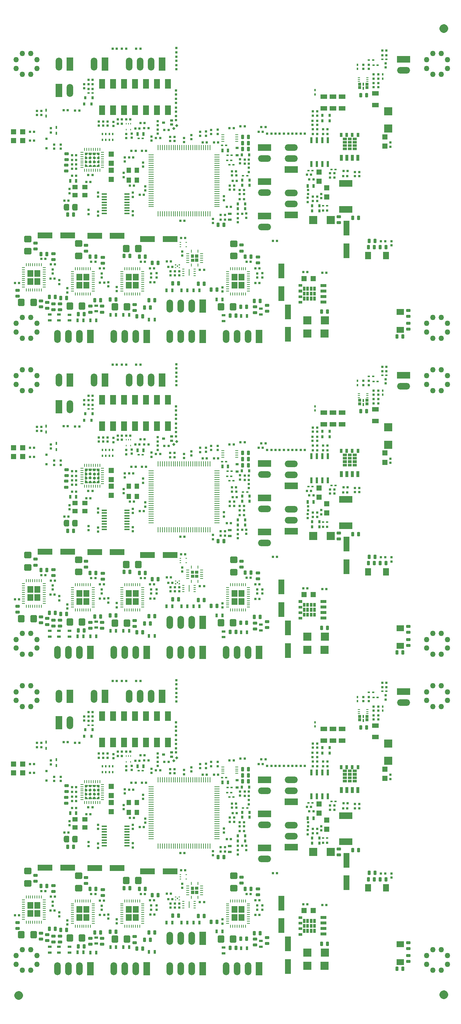
<source format=gbr>
G04 Generated on UCAM*
%FSLAX24Y24*%
%MOIN*%
%IPPOS*%
%ADD10O,0.11900X0.05900*%
%ADD11R,0.11900X0.05900*%
%ADD12R,0.05900X0.11900*%
%ADD13O,0.05900X0.11900*%
%ADD14R,0.05280X0.06180*%
%ADD15R,0.01380X0.02950*%
%ADD16R,0.02950X0.02560*%
%AMCOM17*
4,1-$1,40,
-0.03935,0.00000,
-0.03884,0.00631,-0.03732,0.01246,-0.03484,0.01829,-0.03146,0.02364,-0.02726,0.02838,
-0.02235,0.03238,-0.01687,0.03555,-0.01095,0.03780,-0.00474,0.03906,0.00158,0.03932,
0.00787,0.03855,0.01395,0.03679,0.01968,0.03408,0.02489,0.03048,0.02945,0.02609,
0.03326,0.02103,0.03620,0.01542,0.03821,0.00942,0.03922,0.00317,0.03935,0.00000,
0.03922,-0.00317,0.03821,-0.00942,0.03620,-0.01542,0.03326,-0.02103,0.02945,-0.02609,
0.02489,-0.03048,0.01968,-0.03408,0.01395,-0.03679,0.00787,-0.03855,0.00158,-0.03932,
-0.00474,-0.03906,-0.01095,-0.03780,-0.01687,-0.03555,-0.02235,-0.03238,-0.02726,-0.02838,
-0.03146,-0.02364,-0.03484,-0.01829,-0.03732,-0.01246,-0.03884,-0.00631,-0.03935,0.00000,$2*
%
%ADD17COM17,0X0.00*%
%ADD18R,0.06490X0.04130*%
%ADD19R,0.01970X0.01770*%
%ADD20R,0.01770X0.01970*%
%AMCOM21*
4,1-$1,17,
-0.01100,0.00660,
-0.01054,0.00830,-0.00930,0.00954,-0.00760,0.01000,0.00760,0.01000,0.00930,0.00954,
0.01054,0.00830,0.01100,0.00660,0.01100,-0.00660,0.01074,-0.00790,0.01000,-0.00900,
0.00890,-0.00974,0.00760,-0.01000,-0.00760,-0.01000,-0.00930,-0.00954,-0.01054,-0.00830,
-0.01100,-0.00660,-0.01100,0.00660,$2*
%
%ADD21COM21,0X0.00*%
%ADD22R,0.02160X0.00860*%
%AMCOM23*
4,1-$1,16,
-0.01355,0.01385,
-0.01280,0.01650,-0.01073,0.01831,-0.00801,0.01870,0.00801,0.01870,0.01073,0.01831,
0.01280,0.01650,0.01355,0.01385,0.01355,-0.01385,0.01280,-0.01649,0.01073,-0.01831,
0.00801,-0.01870,-0.00801,-0.01870,-0.01073,-0.01831,-0.01280,-0.01649,-0.01355,-0.01385,
-0.01355,0.01385,$2*
%
%ADD23COM23,0X0.00*%
%ADD24R,0.02440X0.03260*%
%AMCOM25*
4,1-$1,17,
-0.01000,0.00760,
-0.00954,0.00930,-0.00830,0.01054,-0.00660,0.01100,0.00660,0.01100,0.00830,0.01054,
0.00954,0.00930,0.01000,0.00760,0.01000,-0.00760,0.00974,-0.00890,0.00900,-0.01000,
0.00790,-0.01074,0.00660,-0.01100,-0.00660,-0.01100,-0.00830,-0.01054,-0.00954,-0.00930,
-0.01000,-0.00760,-0.01000,0.00760,$2*
%
%ADD25COM25,0X0.00*%
%ADD26R,0.02600X0.05400*%
%ADD27R,0.05400X0.02600*%
%AMCOM28*
4,1-$1,27,
-0.01340,0.00070,
-0.01329,0.00157,-0.01295,0.00239,-0.01242,0.00309,-0.01245,0.00311,-0.00311,0.01245,
-0.00309,0.01242,-0.00158,0.01329,0.00017,0.01329,0.00168,0.01243,0.00170,0.01245,
0.01245,0.00170,0.01243,0.00168,0.01329,0.00017,0.01329,-0.00158,0.01242,-0.00309,
0.01245,-0.00311,0.00311,-0.01245,0.00309,-0.01242,0.00158,-0.01329,-0.00017,-0.01329,
-0.00168,-0.01243,-0.00170,-0.01245,-0.01245,-0.00170,-0.01243,-0.00168,-0.01296,-0.00098,
-0.01329,-0.00017,-0.01340,0.00070,$2*
%
%ADD28COM28,0X0.00*%
%ADD29R,0.05710X0.08970*%
%ADD30R,0.02950X0.00970*%
%ADD31R,0.05230X0.06890*%
%ADD32R,0.01800X0.02600*%
%ADD33R,0.04800X0.01300*%
%ADD34R,0.07700X0.07700*%
%ADD35R,0.12400X0.06100*%
%AMCOM36*
4,1-$1,24,
-0.02500,0.01700,
-0.02441,0.02071,-0.02271,0.02405,-0.02005,0.02671,-0.01671,0.02841,-0.01300,0.02900,
0.01300,0.02900,0.01671,0.02841,0.02005,0.02671,0.02271,0.02405,0.02441,0.02071,
0.02500,0.01700,0.02500,-0.01700,0.02477,-0.01934,0.02329,-0.02317,0.02061,-0.02628,
0.01704,-0.02830,0.01300,-0.02900,-0.01300,-0.02900,-0.01671,-0.02841,-0.02005,-0.02671,
-0.02271,-0.02405,-0.02441,-0.02071,-0.02500,-0.01700,-0.02500,0.01700,$2*
%
%ADD36COM36,0X0.00*%
%ADD37R,0.05000X0.04000*%
%ADD38R,0.01800X0.02400*%
%AMCOM39*
4,1-$1,19,
-0.01875,-0.00870,
-0.01874,-0.00847,-0.01873,-0.00824,-0.01870,-0.00801,-0.01870,0.00801,-0.01831,0.01073,
-0.01649,0.01280,-0.01385,0.01355,0.01385,0.01355,0.01650,0.01280,0.01831,0.01073,
0.01870,0.00801,0.01870,-0.00801,0.01831,-0.01073,0.01650,-0.01280,0.01385,-0.01355,
-0.01385,-0.01355,-0.01630,-0.01292,-0.01809,-0.01114,-0.01875,-0.00870,$2*
%
%ADD39COM39,0X0.00*%
%ADD40O,0.00780X0.04920*%
%ADD41O,0.04920X0.00780*%
%ADD42R,0.02200X0.02200*%
%ADD43C,0.05000*%
%AMCOM44*
4,1-$1,31,
-0.03455,-0.01580,
-0.03454,-0.01540,-0.03453,-0.01499,-0.03450,-0.01459,-0.03450,0.01459,-0.03423,0.01883,
-0.03277,0.02282,-0.03023,0.02623,-0.02682,0.02877,-0.02283,0.03024,-0.01859,0.03050,
0.01859,0.03050,0.02283,0.03024,0.02682,0.02877,0.03023,0.02623,0.03277,0.02282,
0.03424,0.01883,0.03450,0.01459,0.03450,-0.01459,0.03424,-0.01883,0.03277,-0.02282,
0.03023,-0.02623,0.02682,-0.02877,0.02283,-0.03023,0.01859,-0.03050,-0.01859,-0.03050,
-0.02263,-0.03028,-0.02646,-0.02896,-0.02979,-0.02665,-0.03237,-0.02352,-0.03399,-0.01981,
-0.03455,-0.01580,$2*
%
%ADD44COM44,0X0.00*%
%ADD45R,0.13190X0.05310*%
%ADD46R,0.02200X0.05800*%
%ADD47R,0.04600X0.04600*%
%ADD48O,0.00780X0.03150*%
%ADD49O,0.03150X0.00780*%
%AMCOM50*
4,1-$1,20,
-0.00450,0.01135,
-0.00403,0.01303,-0.00279,0.01425,-0.00110,0.01470,-0.00110,0.01475,0.00110,0.01475,
0.00110,0.01470,0.00279,0.01425,0.00403,0.01303,0.00450,0.01135,0.00450,-0.01135,
0.00403,-0.01303,0.00279,-0.01425,0.00110,-0.01470,0.00110,-0.01475,-0.00110,-0.01475,
-0.00110,-0.01470,-0.00279,-0.01425,-0.00403,-0.01303,-0.00450,-0.01135,-0.00450,0.01135,$2*
%
%ADD50COM50,0X0.00*%
%AMCOM51*
4,1-$1,20,
-0.01475,0.00110,
-0.01470,0.00110,-0.01425,0.00279,-0.01303,0.00403,-0.01135,0.00450,0.01135,0.00450,
0.01303,0.00403,0.01425,0.00279,0.01470,0.00110,0.01475,0.00110,0.01475,-0.00110,
0.01470,-0.00110,0.01425,-0.00279,0.01303,-0.00403,0.01135,-0.00450,-0.01135,-0.00450,
-0.01303,-0.00403,-0.01425,-0.00279,-0.01470,-0.00110,-0.01475,-0.00110,-0.01475,0.00110,$2*
%
%ADD51COM51,0X0.00*%
%ADD52R,0.02160X0.02950*%
%ADD53R,0.02950X0.01970*%
%ADD54R,0.01970X0.00780*%
%ADD55R,0.00590X0.06100*%
%ADD56R,0.01570X0.00980*%
%ADD57O,0.00900X0.02950*%
%ADD58O,0.02950X0.00900*%
%AMREC*21,1-$4,$1,$2,0,0,$3*%
%ADD59REC,0.01308X0.01308X45.00X0*%
%ADD60R,0.00980X0.01570*%
%ADD61R,0.03260X0.02440*%
%ADD62R,0.05310X0.13190*%
%AMCOM63*
4,1-$1,31,
-0.03055,-0.01980,
-0.03054,-0.01940,-0.03053,-0.01899,-0.03050,-0.01859,-0.03050,0.01859,-0.03023,0.02283,
-0.02877,0.02682,-0.02623,0.03023,-0.02282,0.03277,-0.01883,0.03424,-0.01459,0.03450,
0.01459,0.03450,0.01883,0.03424,0.02282,0.03277,0.02623,0.03023,0.02877,0.02682,
0.03024,0.02283,0.03050,0.01859,0.03050,-0.01859,0.03024,-0.02283,0.02877,-0.02682,
0.02623,-0.03023,0.02282,-0.03277,0.01883,-0.03423,0.01459,-0.03450,-0.01459,-0.03450,
-0.01863,-0.03428,-0.02246,-0.03296,-0.02579,-0.03065,-0.02837,-0.02752,-0.02999,-0.02381,
-0.03055,-0.01980,$2*
%
%ADD63COM63,0X0.00*%
%ADD64R,0.02950X0.02160*%
%ADD65R,0.04000X0.05000*%
%ADD66R,0.06890X0.05230*%
%SRX1Y1I0.0000J0.0000*%
%LN29384_cspaste*%
%LPD*%
G36*
X43860Y59343D02*
X43505D01*
Y59580*
X43860*
Y59343*
G37*
G36*
X43860Y58723D02*
X43505D01*
Y58960*
X43860*
Y58723*
G37*
G36*
X38909Y74060D02*
X38554D01*
Y74297*
X38909*
Y74060*
G37*
G36*
X38909Y17003D02*
X38554D01*
Y17240*
X38909*
Y17003*
G37*
G36*
X38909Y16501D02*
X38554D01*
Y16738*
X38909*
Y16501*
G37*
G36*
X38909Y74562D02*
X38554D01*
Y74799*
X38909*
Y74562*
G37*
G36*
X43407Y58723D02*
X43053D01*
Y58960*
X43407*
Y58723*
G37*
G36*
X43860Y30869D02*
X43505D01*
Y31105*
X43860*
Y30869*
G37*
G36*
X42954Y58723D02*
X42600D01*
Y58960*
X42954*
Y58723*
G37*
G36*
X38909Y73549D02*
X38554D01*
Y73785*
X38909*
Y73549*
G37*
G36*
X44096Y88723D02*
X43860D01*
Y89078*
X44096*
Y88723*
G37*
G36*
X43407Y59343D02*
X43053D01*
Y59580*
X43407*
Y59343*
G37*
G36*
X43082Y31164D02*
X42846D01*
Y31519*
X43082*
Y31164*
G37*
G36*
X42954Y59343D02*
X42600D01*
Y59580*
X42954*
Y59343*
G37*
G36*
X43860Y87808D02*
X43505D01*
Y88044*
X43860*
Y87808*
G37*
G36*
X43860Y87503D02*
X43505D01*
Y87739*
X43860*
Y87503*
G37*
G36*
X43860Y59649D02*
X43505D01*
Y59885*
X43860*
Y59649*
G37*
G36*
X43860Y59029D02*
X43505D01*
Y59265*
X43860*
Y59029*
G37*
G36*
X43860Y30249D02*
X43505D01*
Y30485*
X43860*
Y30249*
G37*
G36*
X38909Y46295D02*
X38554D01*
Y46531*
X38909*
Y46295*
G37*
G36*
X43584Y88723D02*
X43348D01*
Y89078*
X43584*
Y88723*
G37*
G36*
X43860Y30564D02*
X43505D01*
Y30800*
X43860*
Y30564*
G37*
G36*
X43082Y88723D02*
X42846D01*
Y89078*
X43082*
Y88723*
G37*
G36*
X43860Y29944D02*
X43505D01*
Y30180*
X43860*
Y29944*
G37*
G36*
X43860Y88123D02*
X43505D01*
Y88359*
X43860*
Y88123*
G37*
G36*
X43584Y31164D02*
X43348D01*
Y31519*
X43584*
Y31164*
G37*
G36*
X42570Y88723D02*
X42334D01*
Y89078*
X42570*
Y88723*
G37*
G36*
X42570Y31164D02*
X42334D01*
Y31519*
X42570*
Y31164*
G37*
G36*
X40129Y73814D02*
X39893D01*
Y74169*
X40129*
Y73814*
G37*
G36*
X40129Y16255D02*
X39893D01*
Y16610*
X40129*
Y16255*
G37*
G36*
X40129Y45940D02*
X39893D01*
Y46295*
X40129*
Y45940*
G37*
G36*
X40129Y74267D02*
X39893D01*
Y74622*
X40129*
Y74267*
G37*
G36*
X39824Y73814D02*
X39588D01*
Y74169*
X39824*
Y73814*
G37*
G36*
X38909Y75074D02*
X38554D01*
Y75310*
X38909*
Y75074*
G37*
G36*
X39509Y45940D02*
X39273D01*
Y46295*
X39509*
Y45940*
G37*
G36*
X39824Y74267D02*
X39588D01*
Y74622*
X39824*
Y74267*
G37*
G36*
X39509Y74267D02*
X39273D01*
Y74622*
X39509*
Y74267*
G37*
G36*
X39824Y45940D02*
X39588D01*
Y46295*
X39824*
Y45940*
G37*
G36*
X44096Y31164D02*
X43860D01*
Y31519*
X44096*
Y31164*
G37*
G36*
X39509Y16255D02*
X39273D01*
Y16610*
X39509*
Y16255*
G37*
G36*
X39204Y73814D02*
X38968D01*
Y74169*
X39204*
Y73814*
G37*
G36*
X39204Y45940D02*
X38968D01*
Y46295*
X39204*
Y45940*
G37*
G36*
X39204Y16255D02*
X38968D01*
Y16610*
X39204*
Y16255*
G37*
G36*
X39204Y74267D02*
X38968D01*
Y74622*
X39204*
Y74267*
G37*
G36*
X38909Y45281D02*
X38554D01*
Y45517*
X38909*
Y45281*
G37*
G36*
X39824Y16255D02*
X39588D01*
Y16610*
X39824*
Y16255*
G37*
G36*
X38909Y17515D02*
X38554D01*
Y17751*
X38909*
Y17515*
G37*
G36*
X38909Y45783D02*
X38554D01*
Y46019*
X38909*
Y45783*
G37*
G36*
X43860Y88428D02*
X43505D01*
Y88664*
X43860*
Y88428*
G37*
G36*
X38909Y44769D02*
X38554D01*
Y45005*
X38909*
Y44769*
G37*
G36*
X39509Y73814D02*
X39273D01*
Y74169*
X39509*
Y73814*
G37*
G36*
X38909Y15990D02*
X38554D01*
Y16226*
X38909*
Y15990*
G37*
G36*
X44096Y59944D02*
X43860D01*
Y60298*
X44096*
Y59944*
G37*
G36*
X43584Y59944D02*
X43348D01*
Y60298*
X43584*
Y59944*
G37*
G36*
X43407Y88428D02*
X43053D01*
Y88664*
X43407*
Y88428*
G37*
G36*
X43407Y30249D02*
X43053D01*
Y30485*
X43407*
Y30249*
G37*
G36*
X43407Y30869D02*
X43053D01*
Y31105*
X43407*
Y30869*
G37*
G36*
X43407Y30564D02*
X43053D01*
Y30800*
X43407*
Y30564*
G37*
G36*
X42954Y87808D02*
X42600D01*
Y88044*
X42954*
Y87808*
G37*
G36*
X39204Y74720D02*
X38968D01*
Y75074*
X39204*
Y74720*
G37*
G36*
X43082Y59944D02*
X42846D01*
Y60298*
X43082*
Y59944*
G37*
G36*
X39204Y45488D02*
X38968D01*
Y45842*
X39204*
Y45488*
G37*
G36*
X43407Y59649D02*
X43053D01*
Y59885*
X43407*
Y59649*
G37*
G36*
X43407Y59029D02*
X43053D01*
Y59265*
X43407*
Y59029*
G37*
G36*
X43407Y87503D02*
X43053D01*
Y87739*
X43407*
Y87503*
G37*
G36*
X40129Y45035D02*
X39893D01*
Y45389*
X40129*
Y45035*
G37*
G36*
X40129Y74720D02*
X39893D01*
Y75074*
X40129*
Y74720*
G37*
G36*
X43407Y29944D02*
X43053D01*
Y30180*
X43407*
Y29944*
G37*
G36*
X39824Y45488D02*
X39588D01*
Y45842*
X39824*
Y45488*
G37*
G36*
X39824Y74720D02*
X39588D01*
Y75074*
X39824*
Y74720*
G37*
G36*
X42954Y87503D02*
X42600D01*
Y87739*
X42954*
Y87503*
G37*
G36*
X42954Y59649D02*
X42600D01*
Y59885*
X42954*
Y59649*
G37*
G36*
X42954Y30249D02*
X42600D01*
Y30485*
X42954*
Y30249*
G37*
G36*
X42954Y29944D02*
X42600D01*
Y30180*
X42954*
Y29944*
G37*
G36*
X42954Y59029D02*
X42600D01*
Y59265*
X42954*
Y59029*
G37*
G36*
X42570Y59944D02*
X42334D01*
Y60298*
X42570*
Y59944*
G37*
G36*
X40129Y16708D02*
X39893D01*
Y17062*
X40129*
Y16708*
G37*
G36*
X40129Y45488D02*
X39893D01*
Y45842*
X40129*
Y45488*
G37*
G36*
X42954Y88428D02*
X42600D01*
Y88664*
X42954*
Y88428*
G37*
G36*
X42954Y88123D02*
X42600D01*
Y88359*
X42954*
Y88123*
G37*
G36*
X39824Y17161D02*
X39588D01*
Y17515*
X39824*
Y17161*
G37*
G36*
X42954Y30869D02*
X42600D01*
Y31105*
X42954*
Y30869*
G37*
G36*
X42954Y30564D02*
X42600D01*
Y30800*
X42954*
Y30564*
G37*
G36*
X39509Y45488D02*
X39273D01*
Y45842*
X39509*
Y45488*
G37*
G36*
X39509Y16708D02*
X39273D01*
Y17062*
X39509*
Y16708*
G37*
G36*
X39509Y74720D02*
X39273D01*
Y75074*
X39509*
Y74720*
G37*
G36*
X43407Y88123D02*
X43053D01*
Y88359*
X43407*
Y88123*
G37*
G36*
X39824Y45035D02*
X39588D01*
Y45389*
X39824*
Y45035*
G37*
G36*
X43407Y87808D02*
X43053D01*
Y88044*
X43407*
Y87808*
G37*
G36*
X40129Y17161D02*
X39893D01*
Y17515*
X40129*
Y17161*
G37*
G36*
X39509Y45035D02*
X39273D01*
Y45389*
X39509*
Y45035*
G37*
G36*
X39509Y17161D02*
X39273D01*
Y17515*
X39509*
Y17161*
G37*
G36*
X39824Y16708D02*
X39588D01*
Y17062*
X39824*
Y16708*
G37*
G36*
X39204Y45035D02*
X38968D01*
Y45389*
X39204*
Y45035*
G37*
G36*
X39204Y17161D02*
X38968D01*
Y17515*
X39204*
Y17161*
G37*
G36*
X39204Y16708D02*
X38968D01*
Y17062*
X39204*
Y16708*
G37*
G36*
X29427Y77346D02*
X29143D01*
Y77634*
X29427*
Y77346*
G37*
G36*
X29427Y77724D02*
X29139D01*
Y78008*
X29427*
Y77724*
G37*
G36*
X29427Y20165D02*
X29139D01*
Y20449*
X29427*
Y20165*
G37*
G36*
X29049Y77720D02*
X28765D01*
Y78008*
X29049*
Y77720*
G37*
G36*
X29053Y77346D02*
X28765D01*
Y77630*
X29053*
Y77346*
G37*
G36*
X29049Y20161D02*
X28765D01*
Y20449*
X29049*
Y20161*
G37*
G36*
X29053Y19787D02*
X28765D01*
Y20071*
X29053*
Y19787*
G37*
G36*
X29427Y19787D02*
X29143D01*
Y20074*
X29427*
Y19787*
G37*
G36*
X29427Y48567D02*
X29143D01*
Y48854*
X29427*
Y48567*
G37*
G36*
X29049Y48941D02*
X28765D01*
Y49228*
X29049*
Y48941*
G37*
G36*
X29427Y48945D02*
X29139D01*
Y49228*
X29427*
Y48945*
G37*
G36*
X29053Y48567D02*
X28765D01*
Y48850*
X29053*
Y48567*
G37*
G36*
X20093Y86854D02*
Y86775D01*
X19995Y86677*
X19916*
X19828Y86765*
Y86864*
X19906Y86943*
X20005*
X20093Y86854*
G37*
G36*
X20093Y57700D02*
Y57622D01*
X19995Y57523*
X19916*
X19828Y57612*
Y57710*
X19906Y57789*
X20005*
X20093Y57700*
G37*
G36*
X20093Y58074D02*
Y57996D01*
X19995Y57897*
X19916*
X19828Y57986*
Y58084*
X19906Y58163*
X20005*
X20093Y58074*
G37*
G36*
X20093Y86480D02*
Y86401D01*
X19995Y86303*
X19916*
X19828Y86391*
Y86490*
X19906Y86569*
X20005*
X20093Y86480*
G37*
G36*
X19709Y57710D02*
Y57612D01*
X19631Y57533*
X19532*
X19444Y57622*
Y57700*
X19542Y57799*
X19621*
X19709Y57710*
G37*
G36*
X19709Y58084D02*
Y57986D01*
X19631Y57907*
X19532*
X19444Y57996*
Y58074*
X19542Y58173*
X19621*
X19709Y58084*
G37*
G36*
X20093Y28921D02*
Y28842D01*
X19995Y28744*
X19916*
X19828Y28832*
Y28931*
X19906Y29009*
X20005*
X20093Y28921*
G37*
G36*
X20093Y29295D02*
Y29216D01*
X19995Y29118*
X19916*
X19828Y29206*
Y29305*
X19906Y29383*
X20005*
X20093Y29295*
G37*
G36*
X19709Y86490D02*
Y86391D01*
X19631Y86313*
X19532*
X19444Y86401*
Y86480*
X19542Y86578*
X19621*
X19709Y86490*
G37*
G36*
X19709Y29305D02*
Y29206D01*
X19631Y29128*
X19532*
X19444Y29216*
Y29295*
X19542Y29393*
X19621*
X19709Y29305*
G37*
G36*
X19709Y28931D02*
Y28832D01*
X19631Y28754*
X19532*
X19444Y28842*
Y28921*
X19542Y29019*
X19621*
X19709Y28931*
G37*
G36*
X19709Y86864D02*
Y86765D01*
X19631Y86687*
X19532*
X19444Y86775*
Y86854*
X19542Y86952*
X19621*
X19709Y86864*
G37*
G36*
X20202Y58078D02*
X20295Y58173D01*
X20428*
Y57897*
X20299*
X20202Y57996*
Y58078*
G37*
G36*
X20202Y57710D02*
X20290Y57799D01*
X20428*
Y57523*
X20300*
X20202Y57622*
Y57710*
G37*
G36*
X19238Y57799D02*
X19335Y57700D01*
Y57618*
X19242Y57523*
X19109*
Y57799*
X19238*
G37*
G36*
X19237Y58173D02*
X19335Y58074D01*
Y57986*
X19247Y57897*
X19109*
Y58173*
X19237*
G37*
G36*
X20093Y57322D02*
Y57189D01*
X19818*
Y57317*
X19917Y57415*
X19999*
X20093Y57322*
G37*
G36*
X19444Y58374D02*
Y58507D01*
X19719*
Y58379*
X19620Y58281*
X19539*
X19444Y58374*
G37*
G36*
X20202Y86490D02*
X20290Y86578D01*
X20428*
Y86303*
X20300*
X20202Y86401*
Y86490*
G37*
G36*
X20202Y29299D02*
X20295Y29393D01*
X20428*
Y29118*
X20299*
X20202Y29217*
Y29299*
G37*
G36*
X19238Y29019D02*
X19335Y28920D01*
Y28839*
X19242Y28744*
X19109*
Y29019*
X19238*
G37*
G36*
X20202Y86858D02*
X20295Y86952D01*
X20428*
Y86677*
X20299*
X20202Y86776*
Y86858*
G37*
G36*
X20093Y86101D02*
Y85968D01*
X19818*
Y86097*
X19917Y86194*
X19999*
X20093Y86101*
G37*
G36*
X19818Y58374D02*
Y58507D01*
X20093*
Y58379*
X19994Y58281*
X19913*
X19818Y58374*
G37*
G36*
X20093Y28542D02*
Y28409D01*
X19818*
Y28538*
X19917Y28635*
X19999*
X20093Y28542*
G37*
G36*
X19818Y87154D02*
Y87287D01*
X20093*
Y87158*
X19994Y87061*
X19913*
X19818Y87154*
G37*
G36*
X19444Y87154D02*
Y87287D01*
X19719*
Y87158*
X19620Y87061*
X19539*
X19444Y87154*
G37*
G36*
X19719Y86101D02*
Y85968D01*
X19444*
Y86097*
X19543Y86194*
X19624*
X19719Y86101*
G37*
G36*
X19444Y29595D02*
Y29728D01*
X19719*
Y29599*
X19620Y29502*
X19539*
X19444Y29595*
G37*
G36*
X19719Y28542D02*
Y28409D01*
X19444*
Y28538*
X19543Y28635*
X19624*
X19719Y28542*
G37*
G36*
X19237Y29393D02*
X19335Y29295D01*
Y29206*
X19247Y29118*
X19109*
Y29393*
X19237*
G37*
G36*
X20202Y28931D02*
X20290Y29019D01*
X20428*
Y28744*
X20300*
X20202Y28842*
Y28931*
G37*
G36*
X19237Y86952D02*
X19335Y86854D01*
Y86765*
X19247Y86677*
X19109*
Y86952*
X19237*
G37*
G36*
X19238Y86578D02*
X19335Y86479D01*
Y86398*
X19242Y86303*
X19109*
Y86578*
X19238*
G37*
G36*
X19818Y29595D02*
Y29728D01*
X20093*
Y29599*
X19994Y29502*
X19913*
X19818Y29595*
G37*
G36*
X19719Y57322D02*
Y57189D01*
X19444*
Y57317*
X19543Y57415*
X19624*
X19719Y57322*
G37*
G36*
X20182Y86086D02*
X20310Y86214D01*
X20428*
Y85968*
X20182*
Y86086*
G37*
G36*
X20310Y87041D02*
X20182Y87169D01*
Y87287*
X20428*
Y87041*
X20310*
G37*
G36*
X20310Y58261D02*
X20182Y58389D01*
Y58507*
X20428*
Y58261*
X20310*
G37*
G36*
X20182Y57307D02*
X20310Y57435D01*
X20428*
Y57189*
X20182*
Y57307*
G37*
G36*
X20310Y29482D02*
X20182Y29610D01*
Y29728*
X20428*
Y29482*
X20310*
G37*
G36*
X20182Y28527D02*
X20310Y28655D01*
X20428*
Y28409*
X20182*
Y28527*
G37*
G36*
X19227Y58261D02*
X19109D01*
Y58507*
X19355*
Y58389*
X19227Y58261*
G37*
G36*
X19355Y57307D02*
Y57189D01*
X19109*
Y57435*
X19227*
X19355Y57307*
G37*
G36*
X19355Y28527D02*
Y28409D01*
X19109*
Y28655*
X19227*
X19355Y28527*
G37*
G36*
X19227Y29482D02*
X19109D01*
Y29728*
X19355*
Y29610*
X19227Y29482*
G37*
G36*
X19227Y87041D02*
X19109D01*
Y87287*
X19355*
Y87169*
X19227Y87041*
G37*
G36*
X19355Y86086D02*
Y85968D01*
X19109*
Y86214*
X19227*
X19355Y86086*
G37*
G36*
X27673Y77027D02*
X27624Y77076D01*
Y77110*
X27765*
Y77027*
X27673*
G37*
G36*
X27673Y19468D02*
X27624Y19517D01*
Y19551*
X27765*
Y19468*
X27673*
G37*
G36*
X27389Y77027D02*
X27297D01*
Y77110*
X27438*
Y77076*
X27389Y77027*
G37*
G36*
X27389Y19468D02*
X27297D01*
Y19551*
X27438*
Y19517*
X27389Y19468*
G37*
G36*
X27624Y48021D02*
X27673Y48070D01*
X27765*
Y47988*
X27624*
Y48021*
G37*
G36*
X27624Y76801D02*
X27673Y76850D01*
X27765*
Y76768*
X27624*
Y76801*
G37*
G36*
X27624Y19242D02*
X27673Y19291D01*
X27765*
Y19209*
X27624*
Y19242*
G37*
G36*
X27673Y48248D02*
X27624Y48297D01*
Y48330*
X27765*
Y48248*
X27673*
G37*
G36*
X27438Y19242D02*
Y19209D01*
X27297*
Y19291*
X27389*
X27438Y19242*
G37*
G36*
X27389Y48248D02*
X27297D01*
Y48330*
X27438*
Y48297*
X27389Y48248*
G37*
G36*
X27438Y76801D02*
Y76768D01*
X27297*
Y76850*
X27389*
X27438Y76801*
G37*
G36*
X27438Y48021D02*
Y47988D01*
X27297*
Y48070*
X27389*
X27438Y48021*
G37*
D10*
X37898Y26038D03*
Y25038D03*
X35472Y29185D03*
Y26075D03*
Y22965D03*
X48119Y37229D03*
X37908Y29179D03*
Y30178D03*
X37898Y54818D03*
Y53818D03*
X35472Y57965D03*
Y54854D03*
Y51744D03*
X48119Y66008D03*
X37908Y57958D03*
Y58958D03*
X37898Y83598D03*
Y82598D03*
X35472Y86744D03*
Y83634D03*
Y80524D03*
X48119Y94788D03*
X37908Y86738D03*
Y87738D03*
D11*
X37898Y24039D03*
X35472Y30185D03*
Y27075D03*
Y23965D03*
X48119Y38228D03*
X37908Y28179D03*
X37898Y52818D03*
X35472Y58965D03*
Y55854D03*
Y52744D03*
X48119Y67008D03*
X37908Y56958D03*
X37898Y81598D03*
X35472Y87744D03*
Y84634D03*
Y81524D03*
X48119Y95788D03*
X37908Y85738D03*
D12*
X20951Y37791D03*
X26131Y37795D03*
X19611Y12991D03*
X24729D03*
X29847Y15747D03*
Y12991D03*
X34969Y12995D03*
X16741Y35381D03*
X17741Y37791D03*
X20951Y66571D03*
X26131Y66575D03*
X19611Y41771D03*
X24729D03*
X29847Y44526D03*
Y41771D03*
X34969Y41774D03*
X16741Y64161D03*
X17741Y66571D03*
X20951Y95350D03*
X26131Y95354D03*
X19611Y70550D03*
X24729D03*
X29847Y73306D03*
Y70550D03*
X34969Y70554D03*
X16741Y92940D03*
X17741Y95350D03*
D13*
X19951Y37791D03*
X23131Y37795D03*
X24131D03*
X25131D03*
X18611Y12991D03*
X17611D03*
X16611D03*
X23729D03*
X22729D03*
X21729D03*
X28847Y15747D03*
X27847D03*
X26847D03*
X28847Y12991D03*
X27847D03*
X26847D03*
X33969Y12995D03*
X32969D03*
X31969D03*
X17741Y35381D03*
X16741Y37791D03*
X19951Y66571D03*
X23131Y66575D03*
X24131D03*
X25131D03*
X18611Y41771D03*
X17611D03*
X16611D03*
X23729D03*
X22729D03*
X21729D03*
X28847Y44526D03*
X27847D03*
X26847D03*
X28847Y41771D03*
X27847D03*
X26847D03*
X33969Y41774D03*
X32969D03*
X31969D03*
X17741Y64161D03*
X16741Y66571D03*
X19951Y95350D03*
X23131Y95354D03*
X24131D03*
X25131D03*
X18611Y70550D03*
X17611D03*
X16611D03*
X23729D03*
X22729D03*
X21729D03*
X28847Y73306D03*
X27847D03*
X26847D03*
X28847Y70550D03*
X27847D03*
X26847D03*
X33969Y70554D03*
X32969D03*
X31969D03*
X17741Y92940D03*
X16741Y95350D03*
D14*
X32735Y17641D03*
X33381Y18377D03*
X32736D03*
X33381Y17641D03*
X14768Y18001D03*
X14122Y18737D03*
X14768D03*
X14122Y18001D03*
X19241Y17641D03*
X18596Y18377D03*
X19241D03*
X18595Y17641D03*
X23741D03*
X23096Y18377D03*
X23741D03*
X23095Y17641D03*
X32735Y46420D03*
X33381Y47157D03*
X32736D03*
X33381Y46420D03*
X14768Y46780D03*
X14122Y47517D03*
X14768D03*
X14122Y46780D03*
X19241Y46420D03*
X18596Y47157D03*
X19241D03*
X18595Y46420D03*
X23741D03*
X23096Y47157D03*
X23741D03*
X23095Y46420D03*
X32735Y75200D03*
X33381Y75937D03*
X32736Y75936D03*
X33381Y75200D03*
X14768Y75560D03*
X14122Y76296D03*
X14768Y76297D03*
X14122Y75560D03*
X19241Y75200D03*
X18596Y75936D03*
X19241Y75937D03*
X18595Y75200D03*
X23741D03*
X23096Y75936D03*
X23741Y75937D03*
X23095Y75200D03*
D15*
X44459Y35941D03*
Y35577D03*
Y64721D03*
Y64357D03*
Y93500D03*
Y93136D03*
D16*
X44125Y35646D03*
Y35961D03*
X44794Y35646D03*
Y35961D03*
X44125Y64425D03*
Y64740D03*
X44794Y64425D03*
Y64740D03*
X44125Y93205D03*
Y93520D03*
X44794Y93205D03*
Y93520D03*
D17*
X51800Y98572D03*
Y10600D03*
X13061Y10561D03*
D18*
X45559Y35130D03*
Y34067D03*
X40869Y34820D03*
Y33757D03*
X41689Y34820D03*
Y33757D03*
X42529Y34820D03*
Y33757D03*
X45559Y63909D03*
Y62846D03*
X40869Y63599D03*
Y62536D03*
X41689Y63599D03*
Y62536D03*
X42529Y63599D03*
Y62536D03*
X45559Y92689D03*
Y91626D03*
X40869Y92379D03*
Y91316D03*
X41689Y92379D03*
Y91316D03*
X42529Y92379D03*
Y91316D03*
D19*
X45782Y37684D03*
X45405D03*
X45352Y38151D03*
X44975D03*
X31586Y30379D03*
X31960D03*
X32069Y29024D03*
X32446D03*
X32092Y29490D03*
X32469D03*
X41175Y24878D03*
X40799D03*
X33887Y27618D03*
X33510D03*
X32254Y28630D03*
X32631D03*
X19808Y35151D03*
X19434D03*
X24002Y31014D03*
X24376D03*
X41574Y28201D03*
X41951D03*
X39838Y28091D03*
X39464D03*
X46572Y38232D03*
X46198D03*
X45782Y66464D03*
X45405D03*
X45352Y66930D03*
X44975D03*
X31586Y59158D03*
X31960D03*
X32069Y57803D03*
X32446D03*
X32092Y58270D03*
X32469D03*
X41175Y53658D03*
X40799D03*
X33887Y56397D03*
X33510D03*
X32254Y57409D03*
X32631D03*
X19808Y63931D03*
X19434D03*
X24002Y59793D03*
X24376D03*
X41574Y56981D03*
X41951D03*
X39838Y56871D03*
X39464D03*
X46572Y67011D03*
X46198D03*
X45782Y95243D03*
X45405D03*
X45352Y95710D03*
X44975D03*
X31586Y87938D03*
X31960D03*
X32069Y86583D03*
X32446D03*
X32092Y87049D03*
X32469D03*
X41175Y82438D03*
X40799D03*
X33887Y85177D03*
X33510D03*
X32254Y86189D03*
X32631D03*
X19808Y92710D03*
X19434D03*
X24002Y88573D03*
X24376D03*
X41574Y85760D03*
X41951D03*
X39838Y85650D03*
X39464D03*
X46572Y95791D03*
X46198D03*
D20*
X40060Y35414D03*
Y35037D03*
X43949Y37344D03*
Y37721D03*
X46219Y36845D03*
Y36468D03*
X40060Y64194D03*
Y63817D03*
X43949Y66123D03*
Y66500D03*
X46219Y65625D03*
Y65248D03*
X40060Y92973D03*
Y92596D03*
X43949Y94903D03*
Y95280D03*
X46219Y94404D03*
Y94027D03*
D21*
X45819Y36468D03*
Y36847D03*
X44965Y37719D03*
Y37340D03*
X45399Y36847D03*
Y36468D03*
X44469Y37719D03*
Y37340D03*
X45399Y35678D03*
Y36057D03*
X45819Y35678D03*
Y36057D03*
X31215Y31807D03*
Y31428D03*
X21171Y32568D03*
Y32194D03*
X20761Y32568D03*
Y32194D03*
X27718Y18553D03*
Y18927D03*
X27315Y18553D03*
Y18927D03*
X26911Y18553D03*
Y18927D03*
X23368Y31088D03*
Y31462D03*
X39421Y25939D03*
Y26313D03*
X16179Y19095D03*
Y18721D03*
X20295Y26093D03*
Y25719D03*
X23474Y26077D03*
Y25703D03*
X23484Y24025D03*
Y24399D03*
X20305Y23996D03*
Y24370D03*
X21999Y17112D03*
Y17486D03*
X16314Y30082D03*
Y30456D03*
X22649Y27875D03*
Y27501D03*
X17488Y17002D03*
Y17376D03*
X28799Y30943D03*
Y31317D03*
X20639Y18726D03*
Y18352D03*
X25139Y18736D03*
Y18362D03*
X27429Y38095D03*
Y38469D03*
X40254Y33479D03*
Y33105D03*
X31639Y17091D03*
Y17465D03*
X34789Y18736D03*
Y18362D03*
X30763Y23689D03*
Y23315D03*
X17699Y26031D03*
Y26405D03*
X22732Y28931D03*
Y29305D03*
X24409Y28825D03*
Y28451D03*
X31769Y25384D03*
Y25758D03*
X14739Y33535D03*
Y33161D03*
X47041Y21651D03*
Y21272D03*
X21711Y32521D03*
Y32142D03*
X20361Y32571D03*
Y32192D03*
X16914Y30079D03*
Y30458D03*
X19021Y35581D03*
Y35960D03*
X46511Y37867D03*
Y37488D03*
X28130Y31068D03*
Y30689D03*
X19421Y24131D03*
Y24510D03*
X46941Y30641D03*
Y30262D03*
X15998Y31950D03*
Y31571D03*
X15149Y33159D03*
Y33537D03*
X39854Y33102D03*
Y33481D03*
X26881Y30774D03*
Y31153D03*
X39849Y32257D03*
Y32636D03*
X40259D03*
Y32257D03*
X22876Y31430D03*
Y31051D03*
X35268Y18738D03*
Y18360D03*
X16759Y18128D03*
Y17750D03*
X25619Y18738D03*
Y18360D03*
X21249Y17929D03*
Y17550D03*
X29599Y31628D03*
Y31250D03*
X30143Y31639D03*
Y31260D03*
X30615Y31804D03*
Y31425D03*
X27285Y30774D03*
Y31153D03*
X43701Y27591D03*
Y27970D03*
X44111Y27591D03*
Y27970D03*
X40638Y25578D03*
Y25957D03*
X27405Y33444D03*
Y33823D03*
Y35402D03*
Y35023D03*
X27413Y34635D03*
Y34256D03*
X25744Y31824D03*
Y31445D03*
Y32591D03*
Y32212D03*
X25157Y31190D03*
Y30811D03*
X27429Y37698D03*
Y37319D03*
X27421Y38869D03*
Y39248D03*
X33609Y26328D03*
Y25950D03*
X33198Y26328D03*
Y25950D03*
X33038Y23389D03*
Y23767D03*
X33238Y28749D03*
Y29127D03*
X39395Y25227D03*
Y25606D03*
X34025Y27963D03*
Y28342D03*
X33795Y24174D03*
Y23795D03*
X24588Y26282D03*
Y26661D03*
X27403Y32674D03*
Y33053D03*
X27974Y20351D03*
Y20730D03*
X45819Y65248D03*
Y65627D03*
X44965Y66498D03*
Y66119D03*
X45399Y65627D03*
Y65248D03*
X44469Y66498D03*
Y66119D03*
X45399Y64458D03*
Y64837D03*
X45819Y64458D03*
Y64837D03*
X31215Y60587D03*
Y60208D03*
X21171Y61348D03*
Y60974D03*
X20761Y61348D03*
Y60974D03*
X27718Y47332D03*
Y47706D03*
X27315Y47332D03*
Y47706D03*
X26911Y47332D03*
Y47706D03*
X23368Y59868D03*
Y60242D03*
X39421Y54718D03*
Y55092D03*
X16179Y47875D03*
Y47501D03*
X20295Y54872D03*
Y54498D03*
X23474Y54856D03*
Y54482D03*
X23484Y52804D03*
Y53179D03*
X20305Y52776D03*
Y53150D03*
X21999Y45891D03*
Y46265D03*
X16314Y58861D03*
Y59235D03*
X22649Y56655D03*
Y56281D03*
X17488Y45781D03*
Y46155D03*
X28799Y59722D03*
Y60096D03*
X20639Y47505D03*
Y47131D03*
X25139Y47515D03*
Y47141D03*
X27429Y66875D03*
Y67249D03*
X40254Y62259D03*
Y61884D03*
X31639Y45871D03*
Y46245D03*
X34789Y47515D03*
Y47141D03*
X30763Y52468D03*
Y52094D03*
X17699Y54811D03*
Y55185D03*
X22732Y57710D03*
Y58084D03*
X24409Y57604D03*
Y57230D03*
X31769Y54164D03*
Y54538D03*
X14739Y62315D03*
Y61941D03*
X47041Y50431D03*
Y50052D03*
X21711Y61301D03*
Y60922D03*
X20361Y61351D03*
Y60972D03*
X16914Y58858D03*
Y59237D03*
X19021Y64361D03*
Y64740D03*
X46511Y66646D03*
Y66267D03*
X28130Y59847D03*
Y59468D03*
X19421Y52911D03*
Y53290D03*
X46941Y59421D03*
Y59042D03*
X15998Y60729D03*
Y60350D03*
X15149Y61938D03*
Y62317D03*
X39854Y61881D03*
Y62260D03*
X26881Y59554D03*
Y59933D03*
X39849Y61036D03*
Y61415D03*
X40259D03*
Y61036D03*
X22876Y60209D03*
Y59830D03*
X35268Y47518D03*
Y47139D03*
X16759Y46908D03*
Y46529D03*
X25619Y47518D03*
Y47139D03*
X21249Y46708D03*
Y46329D03*
X29599Y60408D03*
Y60029D03*
X30143Y60418D03*
Y60039D03*
X30615Y60583D03*
Y60204D03*
X27285Y59554D03*
Y59933D03*
X43701Y56371D03*
Y56750D03*
X44111Y56371D03*
Y56750D03*
X40638Y54358D03*
Y54737D03*
X27405Y62223D03*
Y62602D03*
Y64182D03*
Y63803D03*
X27413Y63414D03*
Y63035D03*
X25744Y60603D03*
Y60224D03*
Y61371D03*
Y60992D03*
X25157Y59969D03*
Y59590D03*
X27429Y66477D03*
Y66098D03*
X27421Y67648D03*
Y68027D03*
X33609Y55108D03*
Y54729D03*
X33198Y55108D03*
Y54729D03*
X33038Y52168D03*
Y52547D03*
X33238Y57528D03*
Y57907D03*
X39395Y54007D03*
Y54386D03*
X34025Y56743D03*
Y57122D03*
X33795Y52953D03*
Y52574D03*
X24588Y55062D03*
Y55441D03*
X27403Y61453D03*
Y61832D03*
X27974Y49131D03*
Y49510D03*
X45819Y94027D03*
Y94406D03*
X44965Y95278D03*
Y94899D03*
X45399Y94406D03*
Y94027D03*
X44469Y95278D03*
Y94899D03*
X45399Y93237D03*
Y93616D03*
X45819Y93237D03*
Y93616D03*
X31215Y89366D03*
Y88987D03*
X21171Y90127D03*
Y89753D03*
X20761Y90127D03*
Y89753D03*
X27718Y76112D03*
Y76486D03*
X27315Y76112D03*
Y76486D03*
X26911Y76112D03*
Y76486D03*
X23368Y88647D03*
Y89021D03*
X39421Y83498D03*
Y83872D03*
X16179Y76655D03*
Y76281D03*
X20295Y83652D03*
Y83278D03*
X23474Y83636D03*
Y83262D03*
X23484Y81584D03*
Y81958D03*
X20305Y81555D03*
Y81929D03*
X21999Y74671D03*
Y75045D03*
X16314Y87641D03*
Y88015D03*
X22649Y85435D03*
Y85061D03*
X17488Y74561D03*
Y74935D03*
X28799Y88502D03*
Y88876D03*
X20639Y76285D03*
Y75911D03*
X25139Y76295D03*
Y75921D03*
X27429Y95654D03*
Y96028D03*
X40254Y91038D03*
Y90664D03*
X31639Y74651D03*
Y75025D03*
X34789Y76295D03*
Y75921D03*
X30763Y81248D03*
Y80874D03*
X17699Y83591D03*
Y83965D03*
X22732Y86490D03*
Y86864D03*
X24409Y86384D03*
Y86010D03*
X31769Y82943D03*
Y83317D03*
X14739Y91095D03*
Y90721D03*
X47041Y79210D03*
Y78831D03*
X21711Y90080D03*
Y89701D03*
X20361Y90130D03*
Y89751D03*
X16914Y87638D03*
Y88017D03*
X19021Y93140D03*
Y93519D03*
X46511Y95426D03*
Y95047D03*
X28130Y88627D03*
Y88248D03*
X19421Y81690D03*
Y82069D03*
X46941Y88200D03*
Y87821D03*
X15998Y89509D03*
Y89130D03*
X15149Y90718D03*
Y91097D03*
X39854Y90661D03*
Y91040D03*
X26881Y88333D03*
Y88712D03*
X39849Y89816D03*
Y90195D03*
X40259D03*
Y89816D03*
X22876Y88989D03*
Y88610D03*
X35268Y76298D03*
Y75919D03*
X16759Y75688D03*
Y75309D03*
X25619Y76298D03*
Y75919D03*
X21249Y75488D03*
Y75109D03*
X29599Y89188D03*
Y88809D03*
X30143Y89198D03*
Y88819D03*
X30615Y89363D03*
Y88984D03*
X27285Y88333D03*
Y88712D03*
X43701Y85150D03*
Y85529D03*
X44111Y85150D03*
Y85529D03*
X40638Y83138D03*
Y83517D03*
X27405Y91003D03*
Y91382D03*
Y92961D03*
Y92582D03*
X27413Y92194D03*
Y91815D03*
X25744Y89383D03*
Y89004D03*
Y90150D03*
Y89771D03*
X25157Y88749D03*
Y88370D03*
X27429Y95257D03*
Y94878D03*
X27421Y96428D03*
Y96807D03*
X33609Y83888D03*
Y83509D03*
X33198Y83888D03*
Y83509D03*
X33038Y80948D03*
Y81327D03*
X33238Y86308D03*
Y86687D03*
X39395Y82786D03*
Y83165D03*
X34025Y85522D03*
Y85901D03*
X33795Y81733D03*
Y81354D03*
X24588Y83841D03*
Y84220D03*
X27403Y90233D03*
Y90612D03*
X27974Y77910D03*
Y78289D03*
D22*
X44833Y36217D03*
Y36394D03*
Y36571D03*
X44085D03*
Y36394D03*
Y36217D03*
X44833Y64996D03*
Y65173D03*
Y65351D03*
X44085D03*
Y65173D03*
Y64996D03*
X44833Y93776D03*
Y93953D03*
Y94130D03*
X44085D03*
Y93953D03*
Y93776D03*
D23*
X44767Y34958D03*
X44232D03*
X33992Y30038D03*
X33457D03*
X34004Y31161D03*
X33468D03*
X33992Y30594D03*
X33457D03*
X17546Y24078D03*
X18081D03*
X40661Y15249D03*
X41196D03*
X33291Y15698D03*
X33826D03*
X31136Y17239D03*
X30601D03*
X32866Y14878D03*
X32331D03*
X34226Y20259D03*
X33691D03*
X34531Y16219D03*
X35066D03*
X21411Y16358D03*
X21946D03*
X24521Y15628D03*
X25056D03*
X22681Y20319D03*
X23216D03*
X27631Y17824D03*
X27096D03*
X29966Y17779D03*
X29431D03*
X25221Y19678D03*
X25756D03*
X24061Y20248D03*
X24596D03*
X25466Y16288D03*
X24931D03*
X19571Y20248D03*
X20106D03*
X20546Y16279D03*
X20011D03*
X19046Y15008D03*
X18511D03*
X17439Y16501D03*
X16903D03*
X23831Y14828D03*
X24366D03*
X45016Y21704D03*
X45551D03*
X44941Y21128D03*
X45476D03*
X46011D03*
X46546D03*
X44046Y23779D03*
X43511D03*
X15111Y20498D03*
X15646D03*
X16406Y16599D03*
X15871D03*
X31785Y23149D03*
X31250D03*
X48076Y12989D03*
X47541D03*
X44767Y63738D03*
X44232D03*
X33992Y58818D03*
X33457D03*
X34004Y59941D03*
X33468D03*
X33992Y59373D03*
X33457D03*
X17546Y52858D03*
X18081D03*
X40661Y44028D03*
X41196D03*
X33291Y44478D03*
X33826D03*
X31136Y46018D03*
X30601D03*
X32866Y43658D03*
X32331D03*
X34226Y49038D03*
X33691D03*
X34531Y44998D03*
X35066D03*
X21411Y45138D03*
X21946D03*
X24521Y44408D03*
X25056D03*
X22681Y49098D03*
X23216D03*
X27631Y46604D03*
X27096D03*
X29966Y46558D03*
X29431D03*
X25221Y48458D03*
X25756D03*
X24061Y49028D03*
X24596D03*
X25466Y45068D03*
X24931D03*
X19571Y49028D03*
X20106D03*
X20546Y45058D03*
X20011D03*
X19046Y43788D03*
X18511D03*
X17439Y45281D03*
X16903D03*
X23831Y43608D03*
X24366D03*
X45016Y50483D03*
X45551D03*
X44941Y49908D03*
X45476D03*
X46011D03*
X46546D03*
X44046Y52558D03*
X43511D03*
X15111Y49278D03*
X15646D03*
X16406Y45378D03*
X15871D03*
X31785Y51929D03*
X31250D03*
X48076Y41768D03*
X47541D03*
X44767Y92517D03*
X44232D03*
X33992Y87598D03*
X33457D03*
X34004Y88720D03*
X33468D03*
X33992Y88153D03*
X33457D03*
X17546Y81638D03*
X18081D03*
X40661Y72808D03*
X41196D03*
X33291Y73258D03*
X33826D03*
X31136Y74798D03*
X30601D03*
X32866Y72438D03*
X32331D03*
X34226Y77818D03*
X33691D03*
X34531Y73778D03*
X35066D03*
X21411Y73918D03*
X21946D03*
X24521Y73188D03*
X25056D03*
X22681Y77878D03*
X23216D03*
X27631Y75384D03*
X27096D03*
X29966Y75338D03*
X29431D03*
X25221Y77238D03*
X25756D03*
X24061Y77808D03*
X24596D03*
X25466Y73848D03*
X24931D03*
X19571Y77808D03*
X20106D03*
X20546Y73838D03*
X20011D03*
X19046Y72568D03*
X18511D03*
X17439Y74060D03*
X16903D03*
X23831Y72388D03*
X24366D03*
X45016Y79263D03*
X45551D03*
X44941Y78688D03*
X45476D03*
X46011D03*
X46546D03*
X44046Y81338D03*
X43511D03*
X15111Y78058D03*
X15646D03*
X16406Y74158D03*
X15871D03*
X31785Y80708D03*
X31250D03*
X48076Y70548D03*
X47541D03*
D24*
X32147Y29933D03*
X31624D03*
X18300Y27159D03*
X17777D03*
X39395Y26693D03*
X39919D03*
X33347Y14839D03*
X33870D03*
X28997Y17189D03*
X29520D03*
X27907D03*
X28430D03*
X26537D03*
X27060D03*
X24430Y31414D03*
X23907D03*
X23123Y14951D03*
X22599D03*
X31640Y16368D03*
X31117D03*
X18449Y14471D03*
X18973D03*
X19609Y14461D03*
X20133D03*
X21419Y14951D03*
X21943D03*
X24949Y14511D03*
X25473D03*
X32147Y58712D03*
X31624D03*
X18300Y55938D03*
X17777D03*
X39395Y55472D03*
X39919D03*
X33347Y43618D03*
X33870D03*
X28997Y45968D03*
X29520D03*
X27907D03*
X28430D03*
X26537D03*
X27060D03*
X24430Y60193D03*
X23907D03*
X23123Y43731D03*
X22599D03*
X31640Y45148D03*
X31117D03*
X18449Y43251D03*
X18973D03*
X19609Y43241D03*
X20133D03*
X21419Y43731D03*
X21943D03*
X24949Y43291D03*
X25473D03*
X32147Y87492D03*
X31624D03*
X18300Y84718D03*
X17777D03*
X39395Y84252D03*
X39919D03*
X33347Y72398D03*
X33870D03*
X28997Y74748D03*
X29520D03*
X27907D03*
X28430D03*
X26537D03*
X27060D03*
X24430Y88973D03*
X23907D03*
X23123Y72510D03*
X22599D03*
X31640Y73928D03*
X31117D03*
X18449Y72030D03*
X18973D03*
X19609Y72020D03*
X20133D03*
X21419Y72510D03*
X21943D03*
X24949Y72070D03*
X25473D03*
D25*
X32654Y31939D03*
X32275D03*
X33275Y32130D03*
X33654D03*
X22104Y32741D03*
X22478D03*
X29578Y19045D03*
X29952D03*
X27866Y21949D03*
X28240D03*
X26704Y19330D03*
X27078D03*
X21639Y39194D03*
X22013D03*
X17162Y33604D03*
X17536D03*
X16345Y18269D03*
X15971D03*
X12723Y17841D03*
X13097D03*
X15496Y20038D03*
X15122D03*
X16001Y19549D03*
X16375D03*
X43013Y27578D03*
X42639D03*
X35006Y17868D03*
X34632D03*
X18305Y27619D03*
X17931D03*
X34195Y19789D03*
X33821D03*
X25445Y17909D03*
X25071D03*
X20856Y17888D03*
X20482D03*
X23565Y26721D03*
X23191D03*
X24565Y19778D03*
X24192D03*
X20055D03*
X19682D03*
X37620Y31449D03*
X37246D03*
X34622Y19199D03*
X34996D03*
X25041D03*
X25415D03*
X20475Y19189D03*
X20849D03*
X36221Y21689D03*
X36595D03*
X18305Y29499D03*
X17931D03*
X18305Y28259D03*
X17931D03*
X19792Y27686D03*
X19418D03*
X19231Y27039D03*
X19605D03*
X17232Y25369D03*
X17606D03*
X27807Y23523D03*
X28181D03*
X32511Y28019D03*
X32885D03*
X23509Y29297D03*
X23130D03*
X26944Y19823D03*
X26565D03*
X22481Y32351D03*
X22102D03*
X14471Y31618D03*
X14092D03*
X18591Y33561D03*
X18212D03*
X46578Y38603D03*
X46200D03*
X19431Y36361D03*
X19810D03*
X19431Y35951D03*
X19810D03*
X19811Y35531D03*
X19432D03*
X41118Y18779D03*
X40740D03*
X38988Y18838D03*
X39367D03*
X14468Y30808D03*
X14090D03*
X18309Y29069D03*
X17930D03*
X18309Y28658D03*
X17930D03*
X29831Y30659D03*
X30210D03*
X23251Y32741D03*
X22872D03*
X24532Y32411D03*
X24153D03*
X23698Y31929D03*
X24077D03*
X24886Y31945D03*
X24507D03*
X46195Y39015D03*
X46574D03*
X41828Y27459D03*
X41450D03*
X43049Y28038D03*
X42670D03*
X41828Y27848D03*
X41450D03*
X40261Y31411D03*
X39882D03*
X41191D03*
X40812D03*
X39881Y31841D03*
X40260D03*
X40811D03*
X41190D03*
X39921Y27301D03*
X39542D03*
X40799Y24448D03*
X41177D03*
X39878Y25329D03*
X40257D03*
X40258Y25728D03*
X39880D03*
X22855Y39193D03*
X22476D03*
X24162D03*
X23783D03*
X24667Y29899D03*
X24288D03*
X23727D03*
X23349D03*
X25579Y31063D03*
X25958D03*
X35316Y31622D03*
X34937D03*
X33589Y25498D03*
X33210D03*
X33658Y29105D03*
X34037D03*
X31856Y23631D03*
X31477D03*
X32689Y26344D03*
X32310D03*
X30860Y30661D03*
X31239D03*
X32408Y24784D03*
X32030D03*
X32689Y26734D03*
X32310D03*
X33419Y24169D03*
X33040D03*
X32508Y27638D03*
X32887D03*
X33658Y28717D03*
X34037D03*
X31479Y24049D03*
X31857D03*
X32938Y27139D03*
X32560D03*
X39329Y27715D03*
X39708D03*
X38758Y31449D03*
X39137D03*
X38004D03*
X38383D03*
X36471D03*
X36850D03*
X35564Y32039D03*
X35185D03*
X36086Y31441D03*
X35707D03*
X24485Y25874D03*
X24106D03*
X26727Y31801D03*
X26348D03*
X46081Y21661D03*
X46460D03*
X32654Y60718D03*
X32275D03*
X33275Y60909D03*
X33654D03*
X22104Y61521D03*
X22478D03*
X29578Y47824D03*
X29952D03*
X27866Y50728D03*
X28240D03*
X26704Y48110D03*
X27078D03*
X21639Y67973D03*
X22013D03*
X17162Y62383D03*
X17536D03*
X16345Y47048D03*
X15971D03*
X12723Y46620D03*
X13097D03*
X15496Y48818D03*
X15122D03*
X16001Y48328D03*
X16375D03*
X43013Y56358D03*
X42639D03*
X35006Y46648D03*
X34632D03*
X18305Y56398D03*
X17931D03*
X34195Y48568D03*
X33821D03*
X25445Y46688D03*
X25071D03*
X20856Y46668D03*
X20482D03*
X23565Y55500D03*
X23191D03*
X24565Y48558D03*
X24192D03*
X20055D03*
X19682D03*
X37620Y60228D03*
X37246D03*
X34622Y47978D03*
X34996D03*
X25041D03*
X25415D03*
X20475Y47968D03*
X20849D03*
X36221Y50468D03*
X36595D03*
X18305Y58278D03*
X17931D03*
X18305Y57038D03*
X17931D03*
X19792Y56466D03*
X19418D03*
X19231Y55818D03*
X19605D03*
X17232Y54148D03*
X17606D03*
X27807Y52303D03*
X28181D03*
X32511Y56798D03*
X32885D03*
X23509Y58077D03*
X23130D03*
X26944Y48602D03*
X26565D03*
X22481Y61131D03*
X22102D03*
X14471Y60398D03*
X14092D03*
X18591Y62341D03*
X18212D03*
X46578Y67383D03*
X46200D03*
X19431Y65141D03*
X19810D03*
X19431Y64731D03*
X19810D03*
X19811Y64311D03*
X19432D03*
X41118Y47558D03*
X40740D03*
X38988Y47618D03*
X39367D03*
X14468Y59588D03*
X14090D03*
X18309Y57848D03*
X17930D03*
X18309Y57438D03*
X17930D03*
X29831Y59439D03*
X30210D03*
X23251Y61521D03*
X22872D03*
X24532Y61191D03*
X24153D03*
X23698Y60708D03*
X24077D03*
X24886Y60724D03*
X24507D03*
X46195Y67795D03*
X46574D03*
X41828Y56238D03*
X41450D03*
X43049Y56818D03*
X42670D03*
X41828Y56628D03*
X41450D03*
X40261Y60191D03*
X39882D03*
X41191D03*
X40812D03*
X39881Y60621D03*
X40260D03*
X40811D03*
X41190D03*
X39921Y56081D03*
X39542D03*
X40799Y53228D03*
X41177D03*
X39878Y54108D03*
X40257D03*
X40258Y54508D03*
X39880D03*
X22855Y67972D03*
X22476D03*
X24162D03*
X23783D03*
X24667Y58678D03*
X24288D03*
X23727D03*
X23349D03*
X25579Y59842D03*
X25958D03*
X35316Y60401D03*
X34937D03*
X33589Y54278D03*
X33210D03*
X33658Y57885D03*
X34037D03*
X31856Y52410D03*
X31477D03*
X32689Y55123D03*
X32310D03*
X30860Y59441D03*
X31239D03*
X32408Y53563D03*
X32030D03*
X32689Y55513D03*
X32310D03*
X33419Y52948D03*
X33040D03*
X32508Y56418D03*
X32887D03*
X33658Y57496D03*
X34037D03*
X31479Y52828D03*
X31857D03*
X32938Y55918D03*
X32560D03*
X39329Y56494D03*
X39708D03*
X38758Y60228D03*
X39137D03*
X38004D03*
X38383D03*
X36471D03*
X36850D03*
X35564Y60819D03*
X35185D03*
X36086Y60220D03*
X35707D03*
X24485Y54653D03*
X24106D03*
X26727Y60580D03*
X26348D03*
X46081Y50441D03*
X46460D03*
X32654Y89498D03*
X32275D03*
X33275Y89689D03*
X33654D03*
X22104Y90300D03*
X22478D03*
X29578Y76604D03*
X29952D03*
X27866Y79508D03*
X28240D03*
X26704Y76889D03*
X27078D03*
X21639Y96753D03*
X22013D03*
X17162Y91163D03*
X17536D03*
X16345Y75828D03*
X15971D03*
X12723Y75400D03*
X13097D03*
X15496Y77598D03*
X15122D03*
X16001Y77108D03*
X16375D03*
X43013Y85137D03*
X42639D03*
X35006Y75428D03*
X34632D03*
X18305Y85178D03*
X17931D03*
X34195Y77348D03*
X33821D03*
X25445Y75468D03*
X25071D03*
X20856Y75448D03*
X20482D03*
X23565Y84280D03*
X23191D03*
X24565Y77338D03*
X24192D03*
X20055D03*
X19682D03*
X37620Y89008D03*
X37246D03*
X34622Y76758D03*
X34996D03*
X25041D03*
X25415D03*
X20475Y76748D03*
X20849D03*
X36221Y79248D03*
X36595D03*
X18305Y87058D03*
X17931D03*
X18305Y85818D03*
X17931D03*
X19792Y85245D03*
X19418D03*
X19231Y84598D03*
X19605D03*
X17232Y82928D03*
X17606D03*
X27807Y81082D03*
X28181D03*
X32511Y85578D03*
X32885D03*
X23509Y86856D03*
X23130D03*
X26944Y77382D03*
X26565D03*
X22481Y89910D03*
X22102D03*
X14471Y89178D03*
X14092D03*
X18591Y91120D03*
X18212D03*
X46578Y96162D03*
X46200D03*
X19431Y93920D03*
X19810D03*
X19431Y93510D03*
X19810D03*
X19811Y93090D03*
X19432D03*
X41118Y76338D03*
X40740D03*
X38988Y76398D03*
X39367D03*
X14468Y88368D03*
X14090D03*
X18309Y86628D03*
X17930D03*
X18309Y86218D03*
X17930D03*
X29831Y88218D03*
X30210D03*
X23251Y90300D03*
X22872D03*
X24532Y89970D03*
X24153D03*
X23698Y89488D03*
X24077D03*
X24886Y89504D03*
X24507D03*
X46195Y96574D03*
X46574D03*
X41828Y85018D03*
X41450D03*
X43049Y85598D03*
X42670D03*
X41828Y85408D03*
X41450D03*
X40261Y88970D03*
X39882D03*
X41191D03*
X40812D03*
X39881Y89400D03*
X40260D03*
X40811D03*
X41190D03*
X39921Y84860D03*
X39542D03*
X40799Y82008D03*
X41177D03*
X39878Y82888D03*
X40257D03*
X40258Y83288D03*
X39880D03*
X22855Y96752D03*
X22476D03*
X24162D03*
X23783D03*
X24667Y87458D03*
X24288D03*
X23727D03*
X23349D03*
X25579Y88622D03*
X25958D03*
X35316Y89181D03*
X34937D03*
X33589Y83058D03*
X33210D03*
X33658Y86664D03*
X34037D03*
X31856Y81190D03*
X31477D03*
X32689Y83903D03*
X32310D03*
X30860Y88221D03*
X31239D03*
X32408Y82343D03*
X32030D03*
X32689Y84293D03*
X32310D03*
X33419Y81728D03*
X33040D03*
X32508Y85198D03*
X32887D03*
X33658Y86276D03*
X34037D03*
X31479Y81608D03*
X31857D03*
X32938Y84698D03*
X32560D03*
X39329Y85274D03*
X39708D03*
X38758Y89008D03*
X39137D03*
X38004D03*
X38383D03*
X36471D03*
X36850D03*
X35564Y89598D03*
X35185D03*
X36086Y89000D03*
X35707D03*
X24485Y83433D03*
X24106D03*
X26727Y89360D03*
X26348D03*
X46081Y79220D03*
X46460D03*
D26*
X42480Y29242D03*
X42980D03*
X43480D03*
X43980D03*
X42480Y58022D03*
X42980D03*
X43480D03*
X43980D03*
X42480Y86801D03*
X42980D03*
X43480D03*
X43980D03*
D27*
X40831Y16135D03*
Y16635D03*
Y17135D03*
Y17635D03*
Y44915D03*
Y45415D03*
Y45915D03*
Y46415D03*
Y73694D03*
Y74194D03*
Y74694D03*
Y75194D03*
D28*
X27210Y31922D03*
X27478Y32190D03*
X27210Y60702D03*
X27478Y60970D03*
X27210Y89481D03*
X27478Y89749D03*
D29*
X20661Y33596D03*
Y35986D03*
X21661Y33596D03*
Y35986D03*
X22661Y33596D03*
Y35986D03*
X23661Y33596D03*
Y35986D03*
X24661Y33596D03*
Y35986D03*
X25661Y33596D03*
Y35986D03*
X26661Y33596D03*
Y35986D03*
X20661Y62376D03*
Y64765D03*
X21661Y62376D03*
Y64765D03*
X22661Y62376D03*
Y64765D03*
X23661Y62376D03*
Y64765D03*
X24661Y62376D03*
Y64765D03*
X25661Y62376D03*
Y64765D03*
X26661Y62376D03*
Y64765D03*
X20661Y91155D03*
Y93545D03*
X21661Y91155D03*
Y93545D03*
X22661Y91155D03*
Y93545D03*
X23661Y91155D03*
Y93545D03*
X24661Y91155D03*
Y93545D03*
X25661Y91155D03*
Y93545D03*
X26661Y91155D03*
Y93545D03*
D30*
X31683Y31359D03*
Y31162D03*
Y30965D03*
Y30769D03*
X32943Y31359D03*
Y31162D03*
Y30965D03*
Y30769D03*
X31683Y60139D03*
Y59942D03*
Y59745D03*
Y59548D03*
X32943Y60139D03*
Y59942D03*
Y59745D03*
Y59548D03*
X31683Y88918D03*
Y88721D03*
Y88524D03*
Y88328D03*
X32943Y88918D03*
Y88721D03*
Y88524D03*
Y88328D03*
D31*
X44917Y20348D03*
X46540D03*
X44917Y49128D03*
X46540D03*
X44917Y77908D03*
X46540D03*
D32*
X15568Y33053D03*
Y33604D03*
X16500Y32025D03*
Y31474D03*
X15568Y61832D03*
Y62384D03*
X16500Y60805D03*
Y60254D03*
X15568Y90612D03*
Y91163D03*
X16500Y89584D03*
Y89033D03*
D33*
X22920Y25944D03*
Y25694D03*
X20866Y24189D03*
X22920Y24439D03*
X20866D03*
Y24939D03*
X22920Y24189D03*
X20866Y24689D03*
X22920D03*
Y24939D03*
Y25444D03*
X20866Y25194D03*
Y25444D03*
Y25944D03*
X22920Y25194D03*
X20866Y25694D03*
X22920Y54723D03*
Y54473D03*
X20866Y52968D03*
X22920Y53218D03*
X20866D03*
Y53718D03*
X22920Y52968D03*
X20866Y53468D03*
X22920D03*
Y53718D03*
Y54223D03*
X20866Y53973D03*
Y54223D03*
Y54723D03*
X22920Y53973D03*
X20866Y54473D03*
X22920Y83503D03*
Y83253D03*
X20866Y81748D03*
X22920Y81998D03*
X20866D03*
Y82498D03*
X22920Y81748D03*
X20866Y82248D03*
X22920D03*
Y82498D03*
Y83003D03*
X20866Y82753D03*
Y83003D03*
Y83503D03*
X22920Y82753D03*
X20866Y83253D03*
D34*
X41496Y23598D03*
X39918D03*
X39376Y14445D03*
X40953D03*
X40944Y13247D03*
X39367D03*
X41496Y52378D03*
X39918D03*
X39376Y43225D03*
X40953D03*
X40944Y42026D03*
X39367D03*
X41496Y81158D03*
X39918D03*
X39376Y72004D03*
X40953D03*
X40944Y70806D03*
X39367D03*
X46741Y33491D03*
Y31914D03*
Y62271D03*
Y60693D03*
Y91050D03*
Y89473D03*
D35*
X42862Y24549D03*
Y26920D03*
Y53329D03*
Y55700D03*
Y82108D03*
Y84479D03*
D36*
X17438Y24769D03*
X18193D03*
X17438Y53548D03*
X18193D03*
X17438Y82328D03*
X18193D03*
D37*
X18196Y25854D03*
X19109D03*
Y26589D03*
X18196D03*
Y54634D03*
X19109D03*
Y55368D03*
X18196D03*
Y83413D03*
X19109D03*
Y84148D03*
X18196D03*
D38*
X21644Y30891D03*
X21329D03*
X21011D03*
X20691D03*
Y31427D03*
X21011D03*
X21329D03*
X21644D03*
Y59671D03*
X21329D03*
X21011D03*
X20691D03*
Y60207D03*
X21011D03*
X21329D03*
X21644D03*
Y88450D03*
X21329D03*
X21011D03*
X20691D03*
Y88986D03*
X21011D03*
X21329D03*
X21644D03*
D39*
X17418Y28586D03*
Y28051D03*
X16238Y20536D03*
Y20001D03*
X33359Y21306D03*
Y20771D03*
X34588Y15678D03*
Y15143D03*
X35708Y15816D03*
Y15281D03*
X34869Y20236D03*
Y19701D03*
X23631Y15363D03*
Y15899D03*
X19601Y15203D03*
Y15739D03*
X19198Y21296D03*
Y20761D03*
X20681Y15203D03*
Y15739D03*
X20728Y20196D03*
Y19661D03*
X42238Y23876D03*
Y23341D03*
X15099Y16226D03*
Y15691D03*
X12953Y16661D03*
Y17197D03*
X15668Y15551D03*
Y16086D03*
X14598Y21486D03*
Y20951D03*
X16244Y15413D03*
Y15948D03*
X16824Y15946D03*
Y15411D03*
X17419Y29101D03*
Y29636D03*
X48579Y15356D03*
Y14821D03*
Y14176D03*
Y13641D03*
X17418Y57366D03*
Y56830D03*
X16238Y49316D03*
Y48780D03*
X33359Y50086D03*
Y49550D03*
X34588Y44458D03*
Y43923D03*
X35708Y44596D03*
Y44060D03*
X34869Y49016D03*
Y48480D03*
X23631Y44143D03*
Y44678D03*
X19601Y43983D03*
Y44518D03*
X19198Y50076D03*
Y49540D03*
X20681Y43983D03*
Y44518D03*
X20728Y48976D03*
Y48440D03*
X42238Y52656D03*
Y52120D03*
X15099Y45006D03*
Y44470D03*
X12953Y45441D03*
Y45976D03*
X15668Y44330D03*
Y44866D03*
X14598Y50266D03*
Y49730D03*
X16244Y44193D03*
Y44728D03*
X16824Y44726D03*
Y44190D03*
X17419Y57880D03*
Y58416D03*
X48579Y44136D03*
Y43600D03*
Y42956D03*
Y42420D03*
X17418Y86145D03*
Y85610D03*
X16238Y78095D03*
Y77560D03*
X33359Y78865D03*
Y78330D03*
X34588Y73238D03*
Y72702D03*
X35708Y73375D03*
Y72840D03*
X34869Y77795D03*
Y77260D03*
X23631Y72922D03*
Y73458D03*
X19601Y72762D03*
Y73298D03*
X19198Y78855D03*
Y78320D03*
X20681Y72762D03*
Y73298D03*
X20728Y77755D03*
Y77220D03*
X42238Y81435D03*
Y80900D03*
X15099Y73785D03*
Y73250D03*
X12953Y74220D03*
Y74756D03*
X15668Y73110D03*
Y73645D03*
X14598Y79045D03*
Y78510D03*
X16244Y72972D03*
Y73508D03*
X16824Y73505D03*
Y72970D03*
X17419Y86660D03*
Y87195D03*
X48579Y72915D03*
Y72380D03*
Y71735D03*
Y71200D03*
D40*
X30499Y30180D03*
X30302D03*
X30105D03*
X29908D03*
X29711D03*
X29514D03*
X29317D03*
X29121D03*
X28924D03*
X28727D03*
X28530D03*
X28333D03*
X28136D03*
X27940D03*
X27743D03*
X27546D03*
X27349D03*
X27152D03*
X26955D03*
X26758D03*
X26562D03*
X26365D03*
X26168D03*
X25971D03*
X25774D03*
Y24157D03*
X25971D03*
X26168D03*
X26365D03*
X26562D03*
X26758D03*
X26955D03*
X27152D03*
X27349D03*
X27546D03*
X27743D03*
X27940D03*
X28136D03*
X28333D03*
X28530D03*
X28727D03*
X28924D03*
X29121D03*
X29317D03*
X29514D03*
X29711D03*
X29908D03*
X30105D03*
X30302D03*
X30499D03*
Y58960D03*
X30302D03*
X30105D03*
X29908D03*
X29711D03*
X29514D03*
X29317D03*
X29121D03*
X28924D03*
X28727D03*
X28530D03*
X28333D03*
X28136D03*
X27940D03*
X27743D03*
X27546D03*
X27349D03*
X27152D03*
X26955D03*
X26758D03*
X26562D03*
X26365D03*
X26168D03*
X25971D03*
X25774D03*
Y52936D03*
X25971D03*
X26168D03*
X26365D03*
X26562D03*
X26758D03*
X26955D03*
X27152D03*
X27349D03*
X27546D03*
X27743D03*
X27940D03*
X28136D03*
X28333D03*
X28530D03*
X28727D03*
X28924D03*
X29121D03*
X29317D03*
X29514D03*
X29711D03*
X29908D03*
X30105D03*
X30302D03*
X30499D03*
Y87739D03*
X30302D03*
X30105D03*
X29908D03*
X29711D03*
X29514D03*
X29317D03*
X29121D03*
X28924D03*
X28727D03*
X28530D03*
X28333D03*
X28136D03*
X27940D03*
X27743D03*
X27546D03*
X27349D03*
X27152D03*
X26955D03*
X26758D03*
X26562D03*
X26365D03*
X26168D03*
X25971D03*
X25774D03*
Y81716D03*
X25971D03*
X26168D03*
X26365D03*
X26562D03*
X26758D03*
X26955D03*
X27152D03*
X27349D03*
X27546D03*
X27743D03*
X27940D03*
X28136D03*
X28333D03*
X28530D03*
X28727D03*
X28924D03*
X29121D03*
X29317D03*
X29514D03*
X29711D03*
X29908D03*
X30105D03*
X30302D03*
X30499D03*
D41*
X25125Y29531D03*
Y29334D03*
Y29137D03*
Y28940D03*
Y28743D03*
Y28546D03*
Y28350D03*
Y28153D03*
Y27956D03*
Y27759D03*
Y27562D03*
Y27365D03*
Y27169D03*
Y26972D03*
Y26775D03*
Y26578D03*
Y26381D03*
Y26184D03*
Y25987D03*
Y25791D03*
Y25594D03*
Y25397D03*
Y25200D03*
Y25003D03*
Y24806D03*
X31148D03*
Y25003D03*
Y25200D03*
Y25397D03*
Y25594D03*
Y25791D03*
Y25987D03*
Y26184D03*
Y26381D03*
Y26578D03*
Y26775D03*
Y26972D03*
Y27169D03*
Y27365D03*
Y27562D03*
Y27759D03*
Y27956D03*
Y28153D03*
Y28350D03*
Y28546D03*
Y28743D03*
Y28940D03*
Y29137D03*
Y29334D03*
Y29531D03*
X25125Y58310D03*
Y58113D03*
Y57917D03*
Y57720D03*
Y57523D03*
Y57326D03*
Y57129D03*
Y56932D03*
Y56735D03*
Y56539D03*
Y56342D03*
Y56145D03*
Y55948D03*
Y55751D03*
Y55554D03*
Y55357D03*
Y55161D03*
Y54964D03*
Y54767D03*
Y54570D03*
Y54373D03*
Y54176D03*
Y53980D03*
Y53783D03*
Y53586D03*
X31148D03*
Y53783D03*
Y53980D03*
Y54176D03*
Y54373D03*
Y54570D03*
Y54767D03*
Y54964D03*
Y55161D03*
Y55357D03*
Y55554D03*
Y55751D03*
Y55948D03*
Y56145D03*
Y56342D03*
Y56539D03*
Y56735D03*
Y56932D03*
Y57129D03*
Y57326D03*
Y57523D03*
Y57720D03*
Y57917D03*
Y58113D03*
Y58310D03*
X25125Y87090D03*
Y86893D03*
Y86696D03*
Y86499D03*
Y86302D03*
Y86106D03*
Y85909D03*
Y85712D03*
Y85515D03*
Y85318D03*
Y85121D03*
Y84924D03*
Y84728D03*
Y84531D03*
Y84334D03*
Y84137D03*
Y83940D03*
Y83743D03*
Y83546D03*
Y83350D03*
Y83153D03*
Y82956D03*
Y82759D03*
Y82562D03*
Y82365D03*
X31148D03*
Y82562D03*
Y82759D03*
Y82956D03*
Y83153D03*
Y83350D03*
Y83546D03*
Y83743D03*
Y83940D03*
Y84137D03*
Y84334D03*
Y84531D03*
Y84728D03*
Y84924D03*
Y85121D03*
Y85318D03*
Y85515D03*
Y85712D03*
Y85909D03*
Y86106D03*
Y86302D03*
Y86499D03*
Y86696D03*
Y86893D03*
Y87090D03*
D42*
X15610Y30121D03*
Y30994D03*
Y58901D03*
Y59774D03*
Y87680D03*
Y88553D03*
D43*
X51575Y12835D03*
X50787D03*
X50236Y13386D03*
Y14173D03*
X50787Y14724D03*
X51575D03*
X52126Y14173D03*
Y13386D03*
Y37402D03*
Y38189D03*
X51575Y38740D03*
X50787D03*
X50236Y38189D03*
Y37402D03*
X50787Y36850D03*
X51575D03*
X14724Y37402D03*
Y38189D03*
X14173Y38740D03*
X13386D03*
X12835Y38189D03*
Y37402D03*
X13386Y36850D03*
X14173D03*
X14724Y13386D03*
Y14173D03*
X14173Y14724D03*
X13386D03*
X12835Y14173D03*
Y13386D03*
X13386Y12835D03*
X14173D03*
X51575Y41614D03*
X50787D03*
X50236Y42165D03*
Y42953D03*
X50787Y43504D03*
X51575D03*
X52126Y42953D03*
Y42165D03*
Y66181D03*
Y66968D03*
X51575Y67520D03*
X50787D03*
X50236Y66968D03*
Y66181D03*
X50787Y65630D03*
X51575D03*
X14724Y66181D03*
Y66968D03*
X14173Y67520D03*
X13386D03*
X12835Y66968D03*
Y66181D03*
X13386Y65630D03*
X14173D03*
X14724Y42165D03*
Y42953D03*
X14173Y43504D03*
X13386D03*
X12835Y42953D03*
Y42165D03*
X13386Y41614D03*
X14173D03*
X51575Y70394D03*
X50787D03*
X50236Y70945D03*
Y71732D03*
X50787Y72283D03*
X51575D03*
X52126Y71732D03*
Y70945D03*
Y94961D03*
Y95748D03*
X51575Y96299D03*
X50787D03*
X50236Y95748D03*
Y94961D03*
X50787Y94409D03*
X51575D03*
X14724Y94961D03*
Y95748D03*
X14173Y96299D03*
X13386D03*
X12835Y95748D03*
Y94961D03*
X13386Y94409D03*
X14173D03*
X14724Y70945D03*
Y71732D03*
X14173Y72283D03*
X13386D03*
X12835Y71732D03*
Y70945D03*
X13386Y70394D03*
X14173D03*
D44*
X13918Y21869D03*
Y20749D03*
X32671Y21431D03*
Y20311D03*
X18519Y20329D03*
Y21449D03*
X13918Y50648D03*
Y49528D03*
X32671Y50211D03*
Y49091D03*
X18519Y49108D03*
Y50228D03*
X13918Y79428D03*
Y78308D03*
X32671Y78990D03*
Y77870D03*
X18519Y77888D03*
Y79008D03*
D45*
X17522Y22178D03*
X15475D03*
X24811Y21858D03*
X26858D03*
X19991Y22141D03*
X22038D03*
X17522Y50958D03*
X15475D03*
X24811Y50638D03*
X26858D03*
X19991Y50921D03*
X22038D03*
X17522Y79738D03*
X15475D03*
X24811Y79418D03*
X26858D03*
X19991Y79700D03*
X22038D03*
D46*
X40749Y30853D03*
Y28680D03*
X41249Y30853D03*
X40249D03*
X39749D03*
X41249Y28680D03*
X40249D03*
X39749D03*
X40749Y59632D03*
Y57460D03*
X41249Y59632D03*
X40249D03*
X39749D03*
X41249Y57460D03*
X40249D03*
X39749D03*
X40749Y88412D03*
Y86239D03*
X41249Y88412D03*
X40249D03*
X39749D03*
X41249Y86239D03*
X40249D03*
X39749D03*
D47*
X41139Y26518D03*
Y25685D03*
X21496Y29577D03*
Y28743D03*
X21486Y27293D03*
Y28127D03*
X40451Y27138D03*
Y27971D03*
X46441Y30318D03*
Y31151D03*
X41139Y55298D03*
Y54465D03*
X21496Y58356D03*
Y57523D03*
X21486Y56073D03*
Y56906D03*
X40451Y55917D03*
Y56751D03*
X46441Y59097D03*
Y59931D03*
X41139Y84078D03*
Y83244D03*
X21496Y87136D03*
Y86302D03*
X21486Y84852D03*
Y85686D03*
X40451Y84697D03*
Y85530D03*
X46441Y87877D03*
Y88710D03*
X13432Y31618D03*
X12599D03*
X13432Y30819D03*
X12599D03*
X39055Y18269D03*
X39889D03*
X13432Y60398D03*
X12599D03*
X13432Y59598D03*
X12599D03*
X39055Y47048D03*
X39889D03*
X13432Y89178D03*
X12599D03*
X13432Y88378D03*
X12599D03*
X39055Y75828D03*
X39889D03*
D48*
X32370Y19161D03*
X32566D03*
X32763D03*
X32960D03*
X33157D03*
X33354D03*
X33551D03*
X33747D03*
Y16857D03*
X33551D03*
X33354D03*
X33157D03*
X32960D03*
X32763D03*
X32566D03*
X32370D03*
X13756Y17217D03*
X13953D03*
X14149D03*
X14346D03*
X14543D03*
X14740D03*
X14937D03*
X15134D03*
Y19521D03*
X14937D03*
X14740D03*
X14543D03*
X14346D03*
X14149D03*
X13953D03*
X13756D03*
X18230Y16857D03*
X18426D03*
X18623D03*
X18820D03*
X19017D03*
X19214D03*
X19411D03*
X19607D03*
Y19161D03*
X19411D03*
X19214D03*
X19017D03*
X18820D03*
X18623D03*
X18426D03*
X18230D03*
X22730Y16857D03*
X22926D03*
X23123D03*
X23320D03*
X23517D03*
X23714D03*
X23911D03*
X24107D03*
Y19161D03*
X23911D03*
X23714D03*
X23517D03*
X23320D03*
X23123D03*
X22926D03*
X22730D03*
X32370Y47940D03*
X32566D03*
X32763D03*
X32960D03*
X33157D03*
X33354D03*
X33551D03*
X33747D03*
Y45637D03*
X33551D03*
X33354D03*
X33157D03*
X32960D03*
X32763D03*
X32566D03*
X32370D03*
X13756Y45997D03*
X13953D03*
X14149D03*
X14346D03*
X14543D03*
X14740D03*
X14937D03*
X15134D03*
Y48300D03*
X14937D03*
X14740D03*
X14543D03*
X14346D03*
X14149D03*
X13953D03*
X13756D03*
X18230Y45637D03*
X18426D03*
X18623D03*
X18820D03*
X19017D03*
X19214D03*
X19411D03*
X19607D03*
Y47940D03*
X19411D03*
X19214D03*
X19017D03*
X18820D03*
X18623D03*
X18426D03*
X18230D03*
X22730Y45637D03*
X22926D03*
X23123D03*
X23320D03*
X23517D03*
X23714D03*
X23911D03*
X24107D03*
Y47940D03*
X23911D03*
X23714D03*
X23517D03*
X23320D03*
X23123D03*
X22926D03*
X22730D03*
X32370Y76720D03*
X32566D03*
X32763D03*
X32960D03*
X33157D03*
X33354D03*
X33551D03*
X33747D03*
Y74417D03*
X33551D03*
X33354D03*
X33157D03*
X32960D03*
X32763D03*
X32566D03*
X32370D03*
X13756Y74777D03*
X13953D03*
X14149D03*
X14346D03*
X14543D03*
X14740D03*
X14937D03*
X15134D03*
Y77080D03*
X14937D03*
X14740D03*
X14543D03*
X14346D03*
X14149D03*
X13953D03*
X13756D03*
X18230Y74417D03*
X18426D03*
X18623D03*
X18820D03*
X19017D03*
X19214D03*
X19411D03*
X19607D03*
Y76720D03*
X19411D03*
X19214D03*
X19017D03*
X18820D03*
X18623D03*
X18426D03*
X18230D03*
X22730Y74417D03*
X22926D03*
X23123D03*
X23320D03*
X23517D03*
X23714D03*
X23911D03*
X24107D03*
Y76720D03*
X23911D03*
X23714D03*
X23517D03*
X23320D03*
X23123D03*
X22926D03*
X22730D03*
D49*
X34015Y18895D03*
Y18698D03*
Y18501D03*
Y18304D03*
Y18107D03*
Y17911D03*
Y17714D03*
Y17517D03*
Y17320D03*
Y17123D03*
X32102D03*
Y17320D03*
Y17517D03*
Y17714D03*
Y17911D03*
Y18107D03*
Y18304D03*
Y18501D03*
Y18698D03*
Y18895D03*
X13488Y19255D03*
Y19058D03*
Y18861D03*
Y18664D03*
Y18467D03*
Y18271D03*
Y18074D03*
Y17877D03*
Y17680D03*
Y17483D03*
X15401D03*
Y17680D03*
Y17877D03*
Y18074D03*
Y18271D03*
Y18467D03*
Y18664D03*
Y18861D03*
Y19058D03*
Y19255D03*
X17962Y18895D03*
Y18698D03*
Y18501D03*
Y18304D03*
Y18107D03*
Y17911D03*
Y17714D03*
Y17517D03*
Y17320D03*
Y17123D03*
X19875D03*
Y17320D03*
Y17517D03*
Y17714D03*
Y17911D03*
Y18107D03*
Y18304D03*
Y18501D03*
Y18698D03*
Y18895D03*
X22462D03*
Y18698D03*
Y18501D03*
Y18304D03*
Y18107D03*
Y17911D03*
Y17714D03*
Y17517D03*
Y17320D03*
Y17123D03*
X24375D03*
Y17320D03*
Y17517D03*
Y17714D03*
Y17911D03*
Y18107D03*
Y18304D03*
Y18501D03*
Y18698D03*
Y18895D03*
X34015Y47674D03*
Y47478D03*
Y47281D03*
Y47084D03*
Y46887D03*
Y46690D03*
Y46493D03*
Y46296D03*
Y46100D03*
Y45903D03*
X32102D03*
Y46100D03*
Y46296D03*
Y46493D03*
Y46690D03*
Y46887D03*
Y47084D03*
Y47281D03*
Y47478D03*
Y47674D03*
X13488Y48034D03*
Y47838D03*
Y47641D03*
Y47444D03*
Y47247D03*
Y47050D03*
Y46853D03*
Y46656D03*
Y46460D03*
Y46263D03*
X15401D03*
Y46460D03*
Y46656D03*
Y46853D03*
Y47050D03*
Y47247D03*
Y47444D03*
Y47641D03*
Y47838D03*
Y48034D03*
X17962Y47674D03*
Y47478D03*
Y47281D03*
Y47084D03*
Y46887D03*
Y46690D03*
Y46493D03*
Y46296D03*
Y46100D03*
Y45903D03*
X19875D03*
Y46100D03*
Y46296D03*
Y46493D03*
Y46690D03*
Y46887D03*
Y47084D03*
Y47281D03*
Y47478D03*
Y47674D03*
X22462D03*
Y47478D03*
Y47281D03*
Y47084D03*
Y46887D03*
Y46690D03*
Y46493D03*
Y46296D03*
Y46100D03*
Y45903D03*
X24375D03*
Y46100D03*
Y46296D03*
Y46493D03*
Y46690D03*
Y46887D03*
Y47084D03*
Y47281D03*
Y47478D03*
Y47674D03*
X34015Y76454D03*
Y76257D03*
Y76060D03*
Y75863D03*
Y75667D03*
Y75470D03*
Y75273D03*
Y75076D03*
Y74879D03*
Y74682D03*
X32102D03*
Y74879D03*
Y75076D03*
Y75273D03*
Y75470D03*
Y75667D03*
Y75863D03*
Y76060D03*
Y76257D03*
Y76454D03*
X13488Y76814D03*
Y76617D03*
Y76420D03*
Y76223D03*
Y76027D03*
Y75830D03*
Y75633D03*
Y75436D03*
Y75239D03*
Y75042D03*
X15401D03*
Y75239D03*
Y75436D03*
Y75633D03*
Y75830D03*
Y76027D03*
Y76223D03*
Y76420D03*
Y76617D03*
Y76814D03*
X17962Y76454D03*
Y76257D03*
Y76060D03*
Y75863D03*
Y75667D03*
Y75470D03*
Y75273D03*
Y75076D03*
Y74879D03*
Y74682D03*
X19875D03*
Y74879D03*
Y75076D03*
Y75273D03*
Y75470D03*
Y75667D03*
Y75863D03*
Y76060D03*
Y76257D03*
Y76454D03*
X22462D03*
Y76257D03*
Y76060D03*
Y75863D03*
Y75667D03*
Y75470D03*
Y75273D03*
Y75076D03*
Y74879D03*
Y74682D03*
X24375D03*
Y74879D03*
Y75076D03*
Y75273D03*
Y75470D03*
Y75667D03*
Y75863D03*
Y76060D03*
Y76257D03*
Y76454D03*
D50*
X19080Y28124D03*
X19276D03*
X19473D03*
X19670D03*
X19867D03*
X20064D03*
X20261D03*
X20457D03*
Y30018D03*
X20261D03*
X20064D03*
X19867D03*
X19670D03*
X19473D03*
X19276D03*
X19080D03*
Y56903D03*
X19276D03*
X19473D03*
X19670D03*
X19867D03*
X20064D03*
X20261D03*
X20457D03*
Y58798D03*
X20261D03*
X20064D03*
X19867D03*
X19670D03*
X19473D03*
X19276D03*
X19080D03*
Y85683D03*
X19276D03*
X19473D03*
X19670D03*
X19867D03*
X20064D03*
X20261D03*
X20457D03*
Y87578D03*
X20261D03*
X20064D03*
X19867D03*
X19670D03*
X19473D03*
X19276D03*
X19080D03*
D51*
X20713Y28380D03*
Y28576D03*
Y28773D03*
Y28970D03*
Y29167D03*
Y29364D03*
Y29561D03*
Y29757D03*
X18819D03*
Y29561D03*
Y29364D03*
Y29167D03*
Y28970D03*
Y28773D03*
Y28576D03*
Y28380D03*
X20713Y57159D03*
Y57356D03*
Y57553D03*
Y57750D03*
Y57946D03*
Y58143D03*
Y58340D03*
Y58537D03*
X18819D03*
Y58340D03*
Y58143D03*
Y57946D03*
Y57750D03*
Y57553D03*
Y57356D03*
Y57159D03*
X20713Y85939D03*
Y86135D03*
Y86332D03*
Y86529D03*
Y86726D03*
Y86923D03*
Y87120D03*
Y87317D03*
X18819D03*
Y87120D03*
Y86923D03*
Y86726D03*
Y86529D03*
Y86332D03*
Y86135D03*
Y85939D03*
D52*
X19816Y34731D03*
X19146D03*
X34093Y27229D03*
X33424D03*
X33404Y29523D03*
X34073D03*
X34093Y26769D03*
X33424D03*
X33029Y24609D03*
X33698D03*
X33024Y25069D03*
X33693D03*
X40722Y32629D03*
X41391D03*
X39804Y24429D03*
X40473D03*
X39804Y24889D03*
X40473D03*
X40722Y33119D03*
X41391D03*
X19026Y34141D03*
X19696D03*
X19816Y63511D03*
X19146D03*
X34093Y56008D03*
X33424D03*
X33404Y58303D03*
X34073D03*
X34093Y55548D03*
X33424D03*
X33029Y53388D03*
X33698D03*
X33024Y53848D03*
X33693D03*
X40722Y61409D03*
X41391D03*
X39804Y53208D03*
X40473D03*
X39804Y53668D03*
X40473D03*
X40722Y61899D03*
X41391D03*
X19026Y62921D03*
X19696D03*
X19816Y92290D03*
X19146D03*
X34093Y84788D03*
X33424D03*
X33404Y87082D03*
X34073D03*
X34093Y84328D03*
X33424D03*
X33029Y82168D03*
X33698D03*
X33024Y82628D03*
X33693D03*
X40722Y90189D03*
X41391D03*
X39804Y81988D03*
X40473D03*
X39804Y82448D03*
X40473D03*
X40722Y90679D03*
X41391D03*
X19026Y91700D03*
X19696D03*
D53*
X26281Y32470D03*
X26990Y32667D03*
Y32273D03*
X26281Y61250D03*
X26990Y61447D03*
Y61053D03*
X26281Y90029D03*
X26990Y90226D03*
Y89832D03*
D54*
X28074Y19114D03*
Y18917D03*
Y18720D03*
Y18523D03*
X29114Y19114D03*
Y18917D03*
Y18720D03*
Y18523D03*
X28074Y47893D03*
Y47697D03*
Y47500D03*
Y47303D03*
X29114Y47893D03*
Y47697D03*
Y47500D03*
Y47303D03*
X28074Y76673D03*
Y76476D03*
Y76279D03*
Y76082D03*
X29114Y76673D03*
Y76476D03*
Y76279D03*
Y76082D03*
D55*
X28594Y18819D03*
Y47598D03*
Y76378D03*
D56*
X27787Y21556D03*
Y21358D03*
Y21160D03*
X28319Y21161D03*
Y21555D03*
X27787Y50336D03*
Y50137D03*
Y49939D03*
X28319Y49941D03*
Y50334D03*
X27787Y79115D03*
Y78917D03*
Y78719D03*
X28319Y78720D03*
Y79114D03*
D57*
X29391Y19476D03*
X28801D03*
Y20760D03*
X29391D03*
Y48255D03*
X28801D03*
Y49539D03*
X29391D03*
Y77035D03*
X28801D03*
Y78319D03*
X29391D03*
D58*
X28454Y19724D03*
Y19921D03*
Y20118D03*
Y20315D03*
Y20512D03*
X29738D03*
Y20315D03*
Y20118D03*
Y19921D03*
Y19724D03*
X28454Y48504D03*
Y48700D03*
Y48897D03*
Y49094D03*
Y49291D03*
X29738D03*
Y49094D03*
Y48897D03*
Y48700D03*
Y48504D03*
X28454Y77283D03*
Y77480D03*
Y77677D03*
Y77874D03*
Y78071D03*
X29738D03*
Y77874D03*
Y77677D03*
Y77480D03*
Y77283D03*
D59*
X27531Y19380D03*
Y48159D03*
Y76939D03*
D60*
X23259Y31830D03*
X22866D03*
X22864Y32362D03*
X23063D03*
X23261D03*
X23259Y60610D03*
X22866D03*
X22864Y61141D03*
X23063D03*
X23261D03*
X23259Y89389D03*
X22866D03*
X22864Y89921D03*
X23063D03*
X23261D03*
D61*
X35148Y15520D03*
Y14997D03*
X31739Y14910D03*
Y14387D03*
X16741Y14973D03*
Y14449D03*
X32299Y23617D03*
Y24140D03*
X15911Y14973D03*
Y14449D03*
X17691Y14971D03*
Y14447D03*
X20141Y15803D03*
Y15279D03*
X35148Y44300D03*
Y43776D03*
X31739Y43690D03*
Y43166D03*
X16741Y43752D03*
Y43229D03*
X32299Y52396D03*
Y52920D03*
X15911Y43752D03*
Y43229D03*
X17691Y43751D03*
Y43227D03*
X20141Y44582D03*
Y44059D03*
X35148Y73079D03*
Y72556D03*
X31739Y72469D03*
Y71946D03*
X16741Y72532D03*
Y72008D03*
X32299Y81176D03*
Y81699D03*
X15911Y72532D03*
Y72008D03*
X17691Y72530D03*
Y72006D03*
X20141Y73362D03*
Y72838D03*
D62*
X37599Y15232D03*
Y13185D03*
X37009Y18952D03*
Y16905D03*
X42919Y22852D03*
Y20805D03*
X37599Y44012D03*
Y41964D03*
X37009Y47732D03*
Y45684D03*
X42919Y51632D03*
Y49584D03*
X37599Y72791D03*
Y70744D03*
X37009Y76511D03*
Y74464D03*
X42919Y80411D03*
Y78364D03*
D63*
X31498Y15689D03*
X32618D03*
X22861Y21001D03*
X23981D03*
X18841Y15771D03*
X17721D03*
X21831Y15681D03*
X22951D03*
X13309Y16078D03*
X14428D03*
X31498Y44468D03*
X32618D03*
X22861Y49781D03*
X23981D03*
X18841Y44551D03*
X17721D03*
X21831Y44461D03*
X22951D03*
X13309Y44858D03*
X14428D03*
X31498Y73248D03*
X32618D03*
X22861Y78560D03*
X23981D03*
X18841Y73330D03*
X17721D03*
X21831Y73240D03*
X22951D03*
X13309Y73638D03*
X14428D03*
D64*
X32964Y29476D03*
Y30145D03*
Y58255D03*
Y58924D03*
Y87035D03*
Y87704D03*
D65*
X23110Y27216D03*
Y28128D03*
X23844D03*
Y27216D03*
X23110Y55995D03*
Y56908D03*
X23844D03*
Y55995D03*
X23110Y84775D03*
Y85687D03*
X23844D03*
Y84775D03*
D66*
X47839Y13587D03*
Y15210D03*
Y42367D03*
Y43989D03*
Y71147D03*
Y72769D03*
%LPD*%
M02*
</source>
